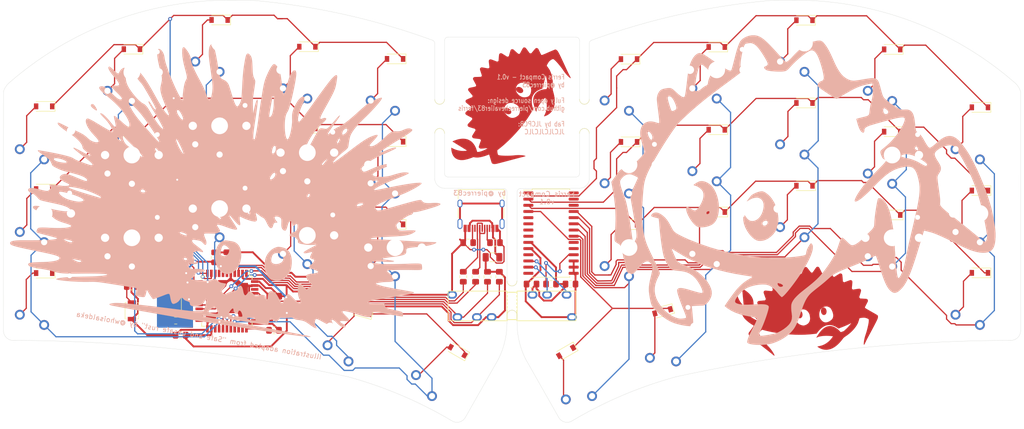
<source format=kicad_pcb>
(kicad_pcb (version 20221018) (generator pcbnew)
  (layers (0 "F.Cu" signal) (31 "B.Cu" signal) (34 "B.Paste" user) (35 "F.Paste" user) (36 "B.SilkS" user "B.Silkscreen") (37 "F.SilkS" user "F.Silkscreen") (38 "B.Mask" user) (39 "F.Mask" user) (44 "Edge.Cuts" user))
  (net 0 "")
  (net 1 "+5V")
  (net 2 "Net-(C1-Pad1)")
  (net 3 "VCC")
  (net 4 "Net-(C8-Pad1)")
  (net 5 "/col4")
  (net 6 "Net-(J1-PadA5)")
  (net 7 "Net-(J1-PadA7)")
  (net 8 "Net-(J1-PadA6)")
  (net 9 "Net-(J1-PadB5)")
  (net 10 "Net-(Jack0-PadR1)")
  (net 11 "Net-(Jack0-PadT)")
  (net 12 "Net-(Jack1-PadR1)")
  (net 13 "Net-(Jack1-PadT)")
  (net 14 "/col0")
  (net 15 "/col8")
  (net 16 "/col5")
  (net 17 "/col2")
  (net 18 "/col1")
  (net 19 "/col3")
  (net 20 "/col6")
  (net 21 "/col7")
  (net 22 "Net-(R1-Pad1)")
  (net 23 "Net-(R2-Pad2)")
  (net 24 "/col9")
  (net 25 "/row0,0")
  (net 26 "/row1,0")
  (net 27 "/row1,1")
  (net 28 "/row0,1")
  (net 29 "/row0,2")
  (net 30 "/row0,3")
  (net 31 "/row1,3")
  (net 32 "/row1,2")
  (net 33 "VDD")
  (net 34 "VSS")
  (net 35 "Net-(D0_0-Pad2)")
  (net 36 "Net-(D0_1-Pad2)")
  (net 37 "Net-(D0_2-Pad2)")
  (net 38 "Net-(D0_3-Pad2)")
  (net 39 "Net-(D0_5-Pad2)")
  (net 40 "Net-(D0_6-Pad2)")
  (net 41 "Net-(D0_7-Pad2)")
  (net 42 "Net-(D0_8-Pad2)")
  (net 43 "Net-(D0_9-Pad2)")
  (net 44 "Net-(D1_0-Pad2)")
  (net 45 "Net-(D1_1-Pad2)")
  (net 46 "Net-(D1_2-Pad2)")
  (net 47 "Net-(D1_3-Pad2)")
  (net 48 "Net-(D1_4-Pad2)")
  (net 49 "Net-(D1_5-Pad2)")
  (net 50 "Net-(D1_6-Pad2)")
  (net 51 "Net-(D1_7-Pad2)")
  (net 52 "Net-(D1_8-Pad2)")
  (net 53 "Net-(D1_9-Pad2)")
  (net 54 "Net-(D2_0-Pad2)")
  (net 55 "Net-(D2_1-Pad2)")
  (net 56 "Net-(D2_2-Pad2)")
  (net 57 "Net-(D2_3-Pad2)")
  (net 58 "Net-(D2_4-Pad2)")
  (net 59 "Net-(D2_5-Pad2)")
  (net 60 "Net-(D2_6-Pad2)")
  (net 61 "Net-(D2_7-Pad2)")
  (net 62 "Net-(D2_8-Pad2)")
  (net 63 "Net-(D2_9-Pad2)")
  (net 64 "Net-(D3_3-Pad2)")
  (net 65 "Net-(D3_4-Pad2)")
  (net 66 "Net-(D3_5-Pad2)")
  (net 67 "Net-(D3_6-Pad2)")
  (net 68 "Net-(D0_4-Pad2)")
  (net 69 "Net-(C2-Pad2)")
  (net 70 "/D-")
  (net 71 "/D+")
  (net 72 "Net-(R9-Pad1)")
  (net 73 "GND")
  (net 74 "Net-(J1-PadS1)")
  (footprint "Diode_SMD:D_SOD-123" (layer "F.Cu") (at 196 23.3 180)
    (fp_text reference "D0_8" hide)
    (fp_text value "D" hide)
  )
  (footprint "Diode_SMD:D_SOD-123" (layer "F.Cu") (at 178 17.3 180)
    (fp_text reference "D0_7" hide)
    (fp_text value "D" hide)
  )
  (footprint "Diode_SMD:D_SOD-123" (layer "F.Cu") (at 160 22.8 180)
    (fp_text reference "D0_6" hide)
    (fp_text value "D" hide)
  )
  (footprint "Diode_SMD:D_SOD-123" (layer "F.Cu") (at 214 35.2 180)
    (fp_text reference "D0_9" hide)
    (fp_text value "D" hide)
  )
  (footprint "Diode_SMD:D_SOD-123" (layer "F.Cu") (at 142 25.3 180)
    (fp_text reference "D0_5" hide)
    (fp_text value "D" hide)
  )
  (footprint "Diode_SMD:D_SOD-123" (layer "F.Cu") (at 142 42.3 180)
    (fp_text reference "D1_5" hide)
    (fp_text value "D" hide)
  )
  (footprint "Diode_SMD:D_SOD-123" (layer "F.Cu") (at 160 39.8 180)
    (fp_text reference "D1_6" hide)
    (fp_text value "D" hide)
  )
  (footprint "Diode_SMD:D_SOD-123" (layer "F.Cu") (at 178 34.3 180)
    (fp_text reference "D1_7" hide)
    (fp_text value "D" hide)
  )
  (footprint "Diode_SMD:D_SOD-123" (layer "F.Cu") (at 196 40.2 180)
    (fp_text reference "D1_8" hide)
    (fp_text value "D" hide)
  )
  (footprint "Diode_SMD:D_SOD-123" (layer "F.Cu") (at 214 52.3 180)
    (fp_text reference "D1_9" hide)
    (fp_text value "D" hide)
  )
  (footprint "Diode_SMD:D_SOD-123" (layer "F.Cu") (at 160 56.7 180)
    (fp_text reference "D2_6" hide)
    (fp_text value "D" hide)
  )
  (footprint "Diode_SMD:D_SOD-123" (layer "F.Cu") (at 214 69.2 180)
    (fp_text reference "D2_9" hide)
    (fp_text value "D" hide)
  )
  (footprint "Diode_SMD:D_SOD-123" (layer "F.Cu") (at 196 57.3 180)
    (fp_text reference "D2_8" hide)
    (fp_text value "D" hide)
  )
  (footprint "Diode_SMD:D_SOD-123" (layer "F.Cu") (at 142 59.3 180)
    (fp_text reference "D2_5" hide)
    (fp_text value "D" hide)
  )
  (footprint "Diode_SMD:D_SOD-123" (layer "F.Cu") (at 178 51.3 180)
    (fp_text reference "D2_7" hide)
    (fp_text value "D" hide)
  )
  (footprint "Diode_SMD:D_SOD-123" (layer "F.Cu") (at 129.1 85.4 -150)
    (fp_text reference "D3_5" hide)
    (fp_text value "D" hide)
  )
  (footprint "Diode_SMD:D_SOD-123" (layer "F.Cu") (at 148.9 77.1 -165)
    (fp_text reference "D3_6" hide)
    (fp_text value "D" hide)
  )
  (footprint "kbd:TRRS-PJ-320A" (layer "F.Cu") (at 119 76 90)
    (fp_text reference "Jack1" hide)
    (fp_text value "TRRS" hide)
  )
  (footprint "switches:Choc_PG1350_Choc_Spacing_with_jlcpb_safe_pad_clearance" (layer "F.Cu") (at 214 40)
    (fp_text reference "K0_9" hide)
    (fp_text value "KEYSW" hide)
  )
  (footprint "switches:Choc_PG1350_Choc_Spacing_with_jlcpb_safe_pad_clearance" (layer "F.Cu") (at 196 28)
    (fp_text reference "K0_8" hide)
    (fp_text value "KEYSW" hide)
  )
  (footprint "switches:Choc_PG1350_Choc_Spacing_with_jlcpb_safe_pad_clearance" (layer "F.Cu") (at 142 30)
    (fp_text reference "K0_5" hide)
    (fp_text value "KEYSW" hide)
  )
  (footprint "switches:Choc_PG1350_Choc_Spacing_with_jlcpb_safe_pad_clearance" (layer "F.Cu") (at 160 27.5)
    (fp_text reference "K0_6" hide)
    (fp_text value "KEYSW" hide)
  )
  (footprint "switches:Choc_PG1350_Choc_Spacing_with_jlcpb_safe_pad_clearance" (layer "F.Cu") (at 178 22)
    (fp_text reference "K0_7" hide)
    (fp_text value "KEYSW" hide)
  )
  (footprint "switches:Choc_PG1350_Choc_Spacing_with_jlcpb_safe_pad_clearance" (layer "F.Cu") (at 214 57)
    (fp_text reference "K1_9" hide)
    (fp_text value "KEYSW" hide)
  )
  (footprint "switches:Choc_PG1350_Choc_Spacing_with_jlcpb_safe_pad_clearance" (layer "F.Cu") (at 196 45)
    (fp_text reference "K1_8" hide)
    (fp_text value "KEYSW" hide)
  )
  (footprint "switches:Choc_PG1350_Choc_Spacing_with_jlcpb_safe_pad_clearance" (layer "F.Cu") (at 178 39)
    (fp_text reference "K1_7" hide)
    (fp_text value "KEYSW" hide)
  )
  (footprint "switches:Choc_PG1350_Choc_Spacing_with_jlcpb_safe_pad_clearance" (layer "F.Cu") (at 160 44.5)
    (fp_text reference "K1_6" hide)
    (fp_text value "KEYSW" hide)
  )
  (footprint "switches:Choc_PG1350_Choc_Spacing_with_jlcpb_safe_pad_clearance" (layer "F.Cu") (at 142 47)
    (fp_text reference "K1_5" hide)
    (fp_text value "KEYSW" hide)
  )
  (footprint "switches:Choc_PG1350_Choc_Spacing_with_jlcpb_safe_pad_clearance" (layer "F.Cu") (at 142 64)
    (fp_text reference "K2_5" hide)
    (fp_text value "KEYSW" hide)
  )
  (footprint "switches:Choc_PG1350_Choc_Spacing_with_jlcpb_safe_pad_clearance" (layer "F.Cu") (at 160 61.5)
    (fp_text reference "K2_6" hide)
    (fp_text value "KEYSW" hide)
  )
  (footprint "switches:Choc_PG1350_Choc_Spacing_with_jlcpb_safe_pad_clearance" (layer "F.Cu") (at 178 56)
    (fp_text reference "K2_7" hide)
    (fp_text value "KEYSW" hide)
  )
  (footprint "switches:Choc_PG1350_Choc_Spacing_with_jlcpb_safe_pad_clearance" (layer "F.Cu") (at 196 62)
    (fp_text reference "K2_8" hide)
    (fp_text value "KEYSW" hide)
  )
  (footprint "switches:Choc_PG1350_Choc_Spacing_with_jlcpb_safe_pad_clearance" (layer "F.Cu") (at 214 74)
    (fp_text reference "K2_9" hide)
    (fp_text value "KEYSW" hide)
  )
  (footprint "switches:Choc_PG1350_Choc_Spacing_with_jlcpb_safe_pad_clearance" (layer "F.Cu") (at 150.13 81.7 15)
    (fp_text reference "K3_6" hide)
    (fp_text value "KEYSW" hide)
  )
  (footprint "switches:Choc_PG1350_Choc_Spacing_with_jlcpb_safe_pad_clearance" (layer "F.Cu") (at 131.47 89.41 30)
    (fp_text reference "K3_5" hide)
    (fp_text value "KEYSW" hide)
  )
  (footprint "switches:Choc_PG1350_Choc_Spacing_with_jlcpb_safe_pad_clearance" (layer "F.Cu") (at 22 40)
    (fp_text reference "K0_0" hide)
    (fp_text value "KEYSW" hide)
  )
  (footprint "Resistor_SMD:R_0805_2012Metric_Pad1.15x1.40mm_HandSolder" (layer "F.Cu") (at 114.5 63 180)
    (fp_text reference "R5" hide)
    (fp_text value "5.1K" hide)
  )
  (footprint "Diode_SMD:D_SOD-123" (layer "F.Cu") (at 40 57.25 180)
    (fp_text reference "D2_1" hide)
    (fp_text value "D" hide)
  )
  (footprint "switches:Choc_PG1350_Choc_Spacing_with_jlcpb_safe_pad_clearance" (layer "F.Cu") (at 76 44.5)
    (fp_text reference "K1_3" hide)
    (fp_text value "KEYSW" hide)
  )
  (footprint "Diode_SMD:D_SOD-123" (layer "F.Cu") (at 22 52 180)
    (fp_text reference "D1_0" hide)
    (fp_text value "D" hide)
  )
  (footprint "Diode_SMD:D_SOD-123" (layer "F.Cu") (at 94 59.25 180)
    (fp_text reference "D2_4" hide)
    (fp_text value "D" hide)
  )
  (footprint "Diode_SMD:D_SOD-123" (layer "F.Cu") (at 22 69.25 180)
    (fp_text reference "D2_0" hide)
    (fp_text value "D" hide)
  )
  (footprint "Diode_SMD:D_SOD-123" (layer "F.Cu") (at 58 17.25 180)
    (fp_text reference "D0_2" hide)
    (fp_text value "D" hide)
  )
  (footprint "Connector_USB:USB_C_Receptacle_HRO_TYPE-C-31-M-12" (layer "F.Cu") (at 111.64 56.01 180)
    (fp_text reference "J1" hide)
    (fp_text value "USB C" hide)
  )
  (footprint "switches:Choc_PG1350_Choc_Spacing_with_jlcpb_safe_pad_clearance" (layer "F.Cu") (at 40 28)
    (fp_text reference "K0_1" hide)
    (fp_text value "KEYSW" hide)
  )
  (footprint "switches:Choc_PG1350_Choc_Spacing_with_jlcpb_safe_pad_clearance" (layer "F.Cu") (at 94 64)
    (fp_text reference "K2_4" hide)
    (fp_text value "KEYSW" hide)
  )
  (footprint "switches:Choc_PG1350_Choc_Spacing_with_jlcpb_safe_pad_clearance" (layer "F.Cu") (at 76 27.5)
    (fp_text reference "K0_3" hide)
    (fp_text value "KEYSW" hide)
  )
  (footprint "Diode_SMD:D_SOD-123" (layer "F.Cu") (at 40 40.25 180)
    (fp_text reference "D1_1" hide)
    (fp_text value "D" hide)
  )
  (footprint "Diode_SMD:D_SOD-123" (layer "F.Cu") (at 76 22.75 180)
    (fp_text reference "D0_3" hide)
    (fp_text value "D" hide)
  )
  (footprint "Diode_SMD:D_SOD-123" (layer "F.Cu") (at 106.84 85.28 150)
    (fp_text reference "D3_4" hide)
    (fp_text value "D" hide)
  )
  (footprint "switches:Choc_PG1350_Choc_Spacing_with_jlcpb_safe_pad_clearance" (layer "F.Cu") (at 22 74)
    (fp_text reference "K2_0" hide)
    (fp_text value "KEYSW" hide)
  )
  (footprint "Diode_SMD:D_SOD-123" (layer "F.Cu") (at 58 51 180)
    (fp_text reference "D2_2" hide)
    (fp_text value "D" hide)
  )
  (footprint "switches:Choc_PG1350_Choc_Spacing_with_jlcpb_safe_pad_clearance" (layer "F.Cu") (at 76 61.5)
    (fp_text reference "K2_3" hide)
    (fp_text value "KEYSW" hide)
  )
  (footprint "Diode_SMD:D_SOD-123" (layer "F.Cu") (at 87.18 77.21 165)
    (fp_text reference "D3_3" hide)
    (fp_text value "D" hide)
  )
  (footprint "Diode_SMD:D_SOD-123" (layer "F.Cu") (at 76 39.5 180)
    (fp_text reference "D1_3" hide)
    (fp_text value "D" hide)
  )
  (footprint "Diode_SMD:D_SOD-123" (layer "F.Cu") (at 58 34.25 180)
    (fp_text reference "D1_2" hide)
    (fp_text value "D" hide)
  )
  (footprint "Resistor_SMD:R_0805_2012Metric_Pad1.15x1.40mm_HandSolder" (layer "F.Cu") (at 109 63)
    (fp_text reference "R6" hide)
    (fp_text value "5.1K" hide)
  )
  (footprint "Diode_SMD:D_SOD-123" (layer "F.Cu") (at 22 35 180)
    (fp_text reference "D0_0" hide)
    (fp_text value "D" hide)
  )
  (footprint "switches:Choc_PG1350_Choc_Spacing_with_jlcpb_safe_pad_clearance" (layer "F.Cu") (at 94 30)
    (fp_text reference "K0_4" hide)
    (fp_text value "KEYSW" hide)
  )
  (footprint "switches:Choc_PG1350_Choc_Spacing_with_jlcpb_safe_pad_clearance" (layer "F.Cu") (at 22 57)
    (fp_text reference "K1_0" hide)
    (fp_text value "KEYSW" hide)
  )
  (footprint "switches:Choc_PG1350_Choc_Spacing_with_jlcpb_safe_pad_clearance" (layer "F.Cu") (at 58 22)
    (fp_text reference "K0_2" hide)
    (fp_text value "KEYSW" hide)
  )
  (footprint "Diode_SMD:D_SOD-123" (layer "F.Cu") (at 94 42.25 180)
    (fp_text reference "D1_4" hide)
    (fp_text value "D" hide)
  )
  (footprint "Diode_SMD:D_SOD-123" (layer "F.Cu") (at 94 25.25 180)
    (fp_text reference "D0_4" hide)
    (fp_text value "D" hide)
  )
  (footprint "Diode_SMD:D_SOD-123" (layer "F.Cu") (at 40 23.25 180)
    (fp_text reference "D0_1" hide)
    (fp_text value "D" hide)
  )
  (footprint "switches:Choc_PG1350_Choc_Spacing_with_jlcpb_safe_pad_clearance" (layer "F.Cu") (at 104.53 89.41 -30)
    (fp_text reference "K3_4" hide)
    (fp_text value "KEYSW" hide)
  )
  (footprint "switches:Choc_PG1350_Choc_Spacing_with_jlcpb_safe_pad_clearance" (layer "F.Cu") (at 40 45)
    (fp_text reference "K1_1" hide)
    (fp_text value "KEYSW" hide)
  )
  (footprint "Resistor_SMD:R_0805_2012Metric_Pad1.15x1.40mm_HandSolder" (layer "F.Cu") (at 112.97 70 90)
    (fp_text reference "R7" hide)
    (fp_text value "4.7k" hide)
  )
  (footprint "switches:Choc_PG1350_Choc_Spacing_with_jlcpb_safe_pad_clearance" (layer "F.Cu") (at 58 39)
    (fp_text reference "K1_2" hide)
    (fp_text value "KEYSW" hide)
  )
  (footprint "Diode_SMD:D_SOD-123" (layer "F.Cu") (at 76 56.75 180)
    (fp_text reference "D2_3" hide)
    (fp_text value "D" hide)
  )
  (footprint "switches:Choc_PG1350_Choc_Spacing_with_jlcpb_safe_pad_clearance" (layer "F.Cu") (at 40 62)
    (fp_text reference "K2_1" hide)
    (fp_text value "KEYSW" hide)
  )
  (footprint "switches:Choc_PG1350_Choc_Spacing_with_jlcpb_safe_pad_clearance" (layer "F.Cu") (at 94 47)
    (fp_text reference "K1_4" hide)
    (fp_text value "KEYSW" hide)
  )
  (footprint "kbd:TRRS-PJ-320A" (layer "F.Cu") (at 117 76 -90)
    (fp_text reference "Jack0" hide)
    (fp_text value "TRRS" hide)
  )
  (footprint "copper_pads:ferris_compact" (layer "F.Cu") (at 178 77 7)
    (fp_text reference "G***" hide)
    (fp_text value "LOGO" hide)
  )
  (footprint "Capacitor_SMD:C_0805_2012Metric_Pad1.15x1.40mm_HandSolder" (layer "F.Cu") (at 122 71.5)
    (fp_text reference "C10" hide)
    (fp_text value "0.1u" hide)
  )
  (footprint "Capacitor_SMD:C_0805_2012Metric_Pad1.15x1.40mm_HandSolder" (layer "F.Cu") (at 130 71.5 180)
    (fp_text reference "C9" hide)
    (fp_text value "0.1u" hide)
  )
  (footprint "Package_SO:SOIC-28W_7.5x17.9mm_P1.27mm" (layer "F.Cu") (at 126 61.04)
    (fp_text reference "U2" hide)
    (fp_text value "MCP23017_SO" hide)
  )
  (footprint "Resistor_SMD:R_0805_2012Metric_Pad1.15x1.40mm_HandSolder" (layer "F.Cu") (at 126 71.5)
    (fp_text reference "R9" hide)
    (fp_text value "10k" hide)
  )
  (footprint "switches:Choc_PG1350_Choc_Spacing_with_jlcpb_safe_pad_clearance" (layer "F.Cu") (at 85.97 81.7 -15)
    (fp_text reference "K3_3" hide)
    (fp_text value "KEYSW" hide)
  )
  (footprint "Capacitor_SMD:C_0805_2012Metric_Pad1.15x1.40mm_HandSolder" (layer "F.Cu") (at 49 79 180)
    (fp_text reference "C1" hide)
    (fp_text value "22p" hide)
  )
  (footprint "Capacitor_SMD:C_0805_2012Metric_Pad1.15x1.40mm_HandSolder" (layer "F.Cu") (at 57 66.025 90)
    (fp_text reference "C4" hide)
    (fp_text value "0.1u" hide)
  )
  (footprint "Capacitor_SMD:C_0805_2012Metric_Pad1.15x1.40mm_HandSolder" (layer "F.Cu") (at 50 68 180)
    (fp_text reference "C5" hide)
    (fp_text value "0.1u" hide)
  )
  (footprint "Capacitor_SMD:C_0805_2012Metric_Pad1.15x1.40mm_HandSolder" (layer "F.Cu") (at 69.18 77.5 180)
    (fp_text reference "C6" hide)
    (fp_text value "0.1u" hide)
  )
  (footprint "Capacitor_SMD:C_0805_2012Metric_Pad1.15x1.40mm_HandSolder" (layer "F.Cu") (at 69.21 74 180)
    (fp_text reference "C7" hide)
    (fp_text value "4.7u" hide)
  )
  (footprint "Capacitor_SMD:C_0805_2012Metric_Pad1.15x1.40mm_HandSolder" (layer "F.Cu") (at 59.5 66 90)
    (fp_text reference "C8" hide)
    (fp_text value "1u" hide)
  )
  (footprint "Resistor_SMD:R_0805_2012Metric_Pad1.15x1.40mm_HandSolder" (layer "F.Cu") (at 39.975 72)
    (fp_text reference "R1" hide)
    (fp_text value "10k" hide)
  )
  (footprint "switches:Choc_PG1350_Choc_Spacing_with_jlcpb_safe_pad_clearance" (layer "F.Cu") (at 58 56)
    (fp_text reference "K2_2" hide)
    (fp_text value "KEYSW" hide)
  )
  (footprint "Crystal:Crystal_SMD_3225-4Pin_3.2x2.5mm" (layer "F.Cu") (at 48.5 75 90)
    (fp_text reference "Y1" hide)
    (fp_text value "Crystal")
  )
  (footprint "Package_QFP:TQFP-44_10x10mm_P0.8mm" (layer "F.Cu") (at 59.5 75 -90)
    (fp_text reference "U1" hide)
    (fp_text value "ATmega32U4-AU" hide)
  )
  (footprint "Resistor_SMD:R_0805_2012Metric_Pad1.15x1.40mm_HandSolder" (layer "F.Cu") (at 69.16 81 180)
    (fp_text reference "R2" hide)
    (fp_text value "10k" hide)
  )
  (footprint "Capacitor_SMD:C_0805_2012Metric_Pad1.15x1.40mm_HandSolder" (layer "F.Cu") (at 49 71 180)
    (fp_text reference "C2" hide)
    (fp_text value "22p" hide)
  )
  (footprint "Fuse:Fuse_1206_3216Metric" (layer "F.Cu") (at 114 66)
    (fp_text reference "F1" hide)
    (fp_text value "500mA" hide)
  )
  (footprint "Capacitor_SMD:C_0805_2012Metric_Pad1.15x1.40mm_HandSolder" (layer "F.Cu") (at 50 82 180)
    (fp_text reference "C3" hide)
    (fp_text value "0.1u" hide)
  )
  (footprint "Resistor_SMD:R_0805_2012Metric_Pad1.15x1.40mm_HandSolder" (layer "F.Cu") (at 110.53 70 90)
    (fp_text reference "R3" hide)
    (fp_text value "22" hide)
  )
  (footprint "Resistor_SMD:R_0805_2012Metric_Pad1.15x1.40mm_HandSolder" (layer "F.Cu") (at 108 70 90)
    (fp_text reference "R4" hide)
    (fp_text value "22" hide)
  )
  (footprint "Resistor_SMD:R_0805_2012Metric_Pad1.15x1.40mm_HandSolder" (layer "F.Cu") (at 115.4 70 -90)
    (fp_text reference "R8" hide)
    (fp_text value "4.7k" hide)
  )
  (footprint "Button_Switch_SMD:SW_SPST_B3U-1000P" (layer "F.Cu") (at 40 77 90)
    (fp_text reference "SW1" hide)
    (fp_text value "SW_PUSH" hide)
  )
  (footprint "copper_pads:ferris_compact" (layer "F.Cu") (at 117.1 34.75 60)
    (fp_text reference "G***" hide)
    (fp_text value "LOGO" hide)
  )
  (footprint "panelization:mouse-bite-5mm-slot" (layer "F.Cu") (at 132.85 38.55 90)
    (fp_text reference "mouse-bite-5mm-slot" hide)
    (fp_text value "VAL**" hide)
  )
  (footprint "panelization:mouse-bite-5mm-slot" (layer "F.Cu") (at 118 75.875 90)
    (fp_text reference "mouse-bite-5mm-slot" hide)
    (fp_text value "VAL**" hide)
  )
  (footprint "panelization:mouse-bite-5mm-slot" (layer "F.Cu") (at 103.15 35.55 -90)
    (fp_text reference "mouse-bite-5mm-slot" hide)
    (fp_text value "VAL**" hide)
  )
  (footprint "silkscreens:safe_rust" (layer "B.Cu") (at 174.23 46.82 -170)
    (fp_text reference "G***" hide)
    (fp_text value "LOGO" hide)
  )
  (footprint "silkscreens:unsafe_rust" (layer "B.Cu") (at 61.9125 54.16625 170)
    (fp_text reference "G***" hide)
    (fp_text value "LOGO" hide)
  )
  (gr_arc (start 15.71 83.077536) (mid 14.281641 82.537499) (end 13.650019 81.147211) (stroke (width 0.05)) (layer "Edge.Cuts"))
  (gr_arc (start 116.965001 79.575918) (mid 116.507914 83.337265) (end 115.218305 86.900068) (stroke (width 0.05)) (layer "Edge.Cuts"))
  (gr_line (start 115.218305 86.900068) (end 108.37 98.99) (stroke (width 0.05)) (layer "Edge.Cuts"))
  (gr_arc (start 101.715245 21.428889) (mid 102.032034 21.705645) (end 102.15 22.109419) (stroke (width 0.05)) (layer "Edge.Cuts"))
  (gr_arc (start 108.37 98.99) (mid 107.128995 99.859715) (end 105.638 99.588735) (stroke (width 0.05)) (layer "Edge.Cuts"))
  (gr_arc (start 13.658055 31.948702) (mid 14.214929 30.830882) (end 15.085 29.935) (stroke (width 0.05)) (layer "Edge.Cuts"))
  (gr_line (start 104.185001 51.83) (end 116.215001 51.850918) (stroke (width 0.05)) (layer "Edge.Cuts"))
  (gr_arc (start 116.215001 51.850918) (mid 116.745331 52.070588) (end 116.965001 52.600918) (stroke (width 0.05)) (layer "Edge.Cuts"))
  (gr_arc (start 104.185001 51.83) (mid 102.772533 51.280799) (end 102.15 49.899082) (stroke (width 0.05)) (layer "Edge.Cuts"))
  (gr_line (start 102.15 49.899082) (end 102.15 40.5) (stroke (width 0.05)) (layer "Edge.Cuts"))
  (gr_line (start 64.2595 13.175995) (end 60.058389 13.178139) (stroke (width 0.05)) (layer "Edge.Cuts"))
  (gr_line (start 13.658055 31.948702) (end 13.650019 81.147211) (stroke (width 0.05)) (layer "Edge.Cuts"))
  (gr_arc (start 84.370665 90.557571) (mid 95.308068 94.357892) (end 105.638 99.588735) (stroke (width 0.05)) (layer "Edge.Cuts"))
  (gr_arc (start 15.085 29.935) (mid 36.061524 17.503455) (end 60.058389 13.178139) (stroke (width 0.05)) (layer "Edge.Cuts"))
  (gr_arc (start 15.71 83.077536) (mid 50.240258 84.982398) (end 84.370665 90.557571) (stroke (width 0.05)) (layer "Edge.Cuts"))
  (gr_arc (start 64.2595 13.175995) (mid 83.26332 16.050057) (end 101.715245 21.428889) (stroke (width 0.05)) (layer "Edge.Cuts"))
  (gr_arc (start 151.629335 90.557571) (mid 185.759742 84.982398) (end 220.29 83.077536) (stroke (width 0.05)) (layer "Edge.Cuts"))
  (gr_arc (start 120.781695 86.900068) (mid 119.492086 83.337265) (end 119.034999 79.575918) (stroke (width 0.05)) (layer "Edge.Cuts"))
  (gr_line (start 120.781695 86.900068) (end 127.63 98.99) (stroke (width 0.05)) (layer "Edge.Cuts"))
  (gr_line (start 133.85 33.6) (end 133.85 22.109419) (stroke (width 0.05)) (layer "Edge.Cuts"))
  (gr_arc (start 133.85 49.899082) (mid 133.227468 51.2808) (end 131.814999 51.83) (stroke (width 0.05)) (layer "Edge.Cuts"))
  (gr_arc (start 220.915 29.935) (mid 221.785071 30.830882) (end 222.341945 31.948702) (stroke (width 0.05)) (layer "Edge.Cuts"))
  (gr_arc (start 134.284755 21.428889) (mid 152.737442 16.055142) (end 171.741363 13.186374) (stroke (width 0.05)) (layer "Edge.Cuts"))
  (gr_arc (start 130.362 99.588735) (mid 140.691932 94.357892) (end 151.629335 90.557571) (stroke (width 0.05)) (layer "Edge.Cuts"))
  (gr_arc (start 222.349981 81.147211) (mid 221.718359 82.5375) (end 220.29 83.077536) (stroke (width 0.05)) (layer "Edge.Cuts"))
  (gr_arc (start 130.362 99.588735) (mid 128.871005 99.859715) (end 127.63 98.99) (stroke (width 0.05)) (layer "Edge.Cuts"))
  (gr_arc (start 133.85 22.109419) (mid 133.967966 21.705645) (end 134.284755 21.428889) (stroke (width 0.05)) (layer "Edge.Cuts"))
  (gr_arc (start 119.034999 52.600918) (mid 119.254669 52.070588) (end 119.784999 51.850918) (stroke (width 0.05)) (layer "Edge.Cuts"))
  (gr_line (start 131.814999 51.83) (end 119.784999 51.850918) (stroke (width 0.05)) (layer "Edge.Cuts"))
  (gr_line (start 222.341945 31.948702) (end 222.349981 81.147211) (stroke (width 0.05)) (layer "Edge.Cuts"))
  (gr_line (start 171.741363 13.186374) (end 175.941611 13.178139) (stroke (width 0.05)) (layer "Edge.Cuts"))
  (gr_arc (start 175.941611 13.178139) (mid 199.938476 17.503455) (end 220.915 29.935) (stroke (width 0.05)) (layer "Edge.Cuts"))
  (gr_line (start 116.965001 52.600918) (end 116.975 70.9) (stroke (width 0.05)) (layer "Edge.Cuts"))
  (gr_line (start 116.975 77.875) (end 116.965001 79.575918) (stroke (width 0.05)) (layer "Edge.Cuts"))
  (gr_line (start 133.85 49.899082) (end 133.85 40.51) (stroke (width 0.05)) (layer "Edge.Cuts"))
  (gr_line (start 102.15 33.6) (end 102.15 22.109419) (stroke (width 0.05)) (layer "Edge.Cuts"))
  (gr_line (start 131.85 33.6) (end 131.85 21.51) (stroke (width 0.05)) (layer "Edge.Cuts"))
  (gr_line (start 131.85 40.51) (end 131.85 48.77) (stroke (width 0.05)) (layer "Edge.Cuts"))
  (gr_line (start 104.15 40.5) (end 104.15 48.77) (stroke (width 0.05)) (layer "Edge.Cuts"))
  (gr_arc (start 131.85 48.77) (mid 131.63033 49.30033) (end 131.1 49.52) (stroke (width 0.05)) (layer "Edge.Cuts"))
  (gr_line (start 131.1 49.52) (end 104.9 49.52) (stroke (width 0.05)) (layer "Edge.Cuts"))
  (gr_arc (start 104.15 21.51) (mid 104.36967 20.97967) (end 104.9 20.76) (stroke (width 0.05)) (layer "Edge.Cuts"))
  (gr_arc (start 131.1 20.76) (mid 131.63033 20.97967) (end 131.85 21.51) (stroke (width 0.05)) (layer "Edge.Cuts"))
  (gr_line (start 104.9 20.76) (end 131.1 20.76) (stroke (width 0.05)) (layer "Edge.Cuts"))
  (gr_arc (start 133.85 33.6) (mid 132.85 34.6) (end 131.85 33.6) (stroke (width 0.05)) (layer "Edge.Cuts"))
  (gr_arc (start 131.85 40.51) (mid 132.85 39.51) (end 133.85 40.51) (stroke (width 0.05)) (layer "Edge.Cuts"))
  (gr_arc (start 102.15 40.5) (mid 103.15 39.50995) (end 104.15 40.5) (stroke (width 0.05)) (layer "Edge.Cuts"))
  (gr_arc (start 104.15 33.6) (mid 103.15 34.6) (end 102.15 33.6) (stroke (width 0.05)) (layer "Edge.Cuts"))
  (gr_arc (start 116.975 77.875) (mid 118 76.85) (end 119.025 77.875) (stroke (width 0.05)) (layer "Edge.Cuts"))
  (gr_arc (start 119.025 70.9) (mid 118 71.925) (end 116.975 70.9) (stroke (width 0.05)) (layer "Edge.Cuts"))
  (gr_line (start 104.15 33.6) (end 104.15 21.51) (stroke (width 0.05)) (layer "Edge.Cuts"))
  (gr_line (start 119.034999 79.575918) (end 119.025 77.875) (stroke (width 0.05)) (layer "Edge.Cuts"))
  (gr_arc (start 104.9 49.52) (mid 104.36967 49.30033) (end 104.15 48.77) (stroke (width 0.05)) (layer "Edge.Cuts"))
  (gr_line (start 119.034999 52.600918) (end 119.025 70.9) (stroke (width 0.05)) (layer "Edge.Cuts"))
  (gr_text "by @pierrec83" (at 111.36 52.8) (layer "B.SilkS") (effects (font (size 1 1)) (justify mirror)))
  (gr_text "Illustration adapted from \"Safe and unsafe rust\" by @whoisaldeka" (at 53.75 82.09 -10) (layer "B.SilkS") (effects (font (size 1 1)) (justify mirror)))
  (gr_text "Ferris Compact - v0.1\nby @pierrec83\n\nFully open source design:\ngithub.com/pierrechevalier83/ferris\n\nFab by JLCPCB:\nJLCJLCJLCJLC" (at 128.885714 34.6) (layer "B.SilkS") (effects (font (size 1 0.8)) (justify left mirror)))
  (gr_text "Ferris Compact\nv0.1" (at 125.15 53.8) (layer "B.SilkS") (effects (font (size 1 1)) (justify mirror)))
  (segment (start 112.683635 78.3) (end 113.8 78.3) (width 0.381) (layer "F.Cu") (net 1))
  (segment (start 57.47 67.05) (end 58.25 67.83) (width 0.381) (layer "F.Cu") (net 1))
  (segment (start 71.749464 71.719464) (end 71.749464 74.149781) (width 0.381) (layer "F.Cu") (net 1))
  (segment (start 111.039115 79.94452) (end 112.683635 78.3) (width 0.381) (layer "F.Cu") (net 1))
  (segment (start 43.155 69.845) (end 41 72) (width 0.381) (layer "F.Cu") (net 1))
  (segment (start 104.95548 78.981181) (end 105.918819 79.94452) (width 0.381) (layer "F.Cu") (net 1))
  (segment (start 53.8 72.6) (end 52.872098 72.6) (width 0.381) (layer "F.Cu") (net 1))
  (segment (start 52.91 66.91) (end 56.86 66.91) (width 0.381) (layer "F.Cu") (net 1))
  (segment (start 57 67.05) (end 57.47 67.05) (width 0.381) (layer "F.Cu") (net 1))
  (segment (start 71.79 81.07582) (end 71.79 77.44) (width 0.381) (layer "F.Cu") (net 1))
  (segment (start 71.73 77.5) (end 71.79 77.44) (width 0.381) (layer "F.Cu") (net 1))
  (segment (start 84.92 73.03) (end 87.2 75.31) (width 0.381) (layer "F.Cu") (net 1))
  (segment (start 66.880032 70.439968) (end 64.087934 70.439968) (width 0.381) (layer "F.Cu") (net 1))
  (segment (start 68.565 72.33) (end 70.235 74) (width 0.381) (layer "F.Cu") (net 1))
  (segment (start 66.127902 71) (end 67.457902 72.33) (width 0.381) (layer "F.Cu") (net 1))
  (segment (start 87.2 75.31) (end 87.290063 75.31) (width 0.381) (layer "F.Cu") (net 1))
  (segment (start 104.95548 77.481056) (end 104.95548 78.981181) (width 0.381) (layer "F.Cu") (net 1))
  (segment (start 51.025 82) (end 51.025 82.695) (width 0.381) (layer "F.Cu") (net 1))
  (segment (start 116.549491 70.124491) (end 116.549491 76.931509) (width 0.381) (layer "F.Cu") (net 1))
  (segment (start 70.205 77.5) (end 71.73 77.5) (width 0.381) (layer "F.Cu") (net 1))
  (segment (start 112.6 68.605) (end 112.97 68.975) (width 0.381) (layer "F.Cu") (net 1))
  (segment (start 58.7 69.3) (end 58.7 68.28) (width 0.381) (layer "F.Cu") (net 1))
  (segment (start 56.86 66.91) (end 57 67.05) (width 0.381) (layer "F.Cu") (net 1))
  (segment (start 88.077113 76.09705) (end 103.571474 76.09705) (width 0.381) (layer "F.Cu") (net 1))
  (segment (start 62.7 69.3) (end 62.7 70.227902) (width 0.381) (layer "F.Cu") (net 1))
  (segment (start 68.159528 71.719464) (end 71.749464 71.719464) (width 0.381) (layer "F.Cu") (net 1))
  (segment (start 116.549491 76.931509) (end 115.181 78.3) (width 0.381) (layer "F.Cu") (net 1))
  (segment (start 73.06 73.03) (end 84.92 73.03) (width 0.381) (layer "F.Cu") (net 1))
  (segment (start 51.025 82.695) (end 52.65 84.32) (width 0.381) (layer "F.Cu") (net 1))
  (segment (start 112.97 68.975) (end 115.4 68.975) (width 0.381) (layer "F.Cu") (net 1))
  (segment (start 67.457902 72.33) (end 68.565 72.33) (width 0.381) (layer "F.Cu") (net 1))
  (segment (start 52.872098 72.6) (end 52.205489 71.933391) (width 0.381) (layer "F.Cu") (net 1))
  (segment (start 50.39652 69.32848) (end 43.67152 69.32848) (width 0.381) (layer "F.Cu") (net 1))
  (segment (start 52.205489 71.933391) (end 52.205489 69.180489) (width 0.381) (layer "F.Cu") (net 1))
  (segment (start 52.65 84.32) (end 68.54582 84.32) (width 0.381) (layer "F.Cu") (net 1))
  (segment (start 62.7 70.227902) (end 62.912599 70.440501) (width 0.381) (layer "F.Cu") (net 1))
  (segment (start 105.918819 79.94452) (end 111.039115 79.94452) (width 0.381) (layer "F.Cu") (net 1))
  (segment (start 51.025 68) (end 51.025 68.7) (width 0.381) (layer "F.Cu") (net 1))
  (segment (start 43.66 69.34) (end 43.155 69.845) (width 0.381) (layer "F.Cu") (net 1))
  (segment (start 71.749464 74.149781) (end 71.68644 74.212805) (width 0.381) (layer "F.Cu") (net 1))
  (segment (start 65.2 79) (end 68.705 79) (width 0.381) (layer "F.Cu") (net 1))
  (segment (start 87.290063 75.31) (end 88.077113 76.09705) (width 0.381) (layer "F.Cu") (net 1))
  (segment (start 66.880032 70.439968) (end 68.159528 71.719464) (width 0.381) (layer "F.Cu") (net 1))
  (segment (start 43.67152 69.32848) (end 43.155 69.845) (width 0.381) (layer "F.Cu") (net 1))
  (segment (start 71.473635 74) (end 71.68644 74.212805) (width 0.381) (layer "F.Cu") (net 1))
  (segment (start 51.025 68.7) (end 50.39652 69.32848) (width 0.381) (layer "F.Cu") (net 1))
  (segment (start 68.54582 84.32) (end 71.79 81.07582) (width 0.381) (layer "F.Cu") (net 1))
  (segment (start 58.7 68.28) (end 58.25 67.83) (width 0.381) (layer "F.Cu") (net 1))
  (segment (start 56.3 81.831) (end 56.131 82) (width 0.381) (layer "F.Cu") (net 1))
  (segment (start 50.39652 69.32848) (end 51.07152 69.32848) (width 0.381) (layer "F.Cu") (net 1))
  (segment (start 68.705 79) (end 70.205 77.5) (width 0.381) (layer "F.Cu") (net 1))
  (segment (start 103.571474 76.09705) (end 104.95548 77.481056) (width 0.381) (layer "F.Cu") (net 1))
  (segment (start 51.08 68.055) (end 51.025 68) (width 0.381) (layer "F.Cu") (net 1))
  (segment (start 62.912599 70.440501) (end 64.087401 70.440501) (width 0.381) (layer "F.Cu") (net 1))
  (segment (start 65.2 71) (end 66.127902 71) (width 0.381) (layer "F.Cu") (net 1))
  (segment (start 112.6 66) (end 112.6 68.605) (width 0.381) (layer "F.Cu") (net 1))
  (segment (start 51.07152 69.32848) (end 51.14 69.26) (width 0.381) (layer "F.Cu") (net 1))
  (segment (start 70.235 74) (end 71.473635 74) (width 0.381) (layer "F.Cu") (net 1))
  (segment (start 56.131 82) (end 51.025 82) (width 0.381) (layer "F.Cu") (net 1))
  (segment (start 115.181 78.3) (end 113.8 78.3) (width 0.381) (layer "F.Cu") (net 1))
  (segment (start 115.4 68.975) (end 116.549491 70.124491) (width 0.381) (layer "F.Cu") (net 1))
  (segment (start 56.3 80.7) (end 56.3 81.831) (width 0.381) (layer "F.Cu") (net 1))
  (segment (start 57 67.05) (end 56.39 67.05) (width 0.381) (layer "F.Cu") (net 1))
  (segment (start 71.749464 71.719464) (end 73.06 73.03) (width 0.381) (layer "F.Cu") (net 1))
  (segment (start 52.205489 69.180489) (end 51.025 68) (width 0.381) (layer "F.Cu") (net 1))
  (segment (start 64.087934 70.439968) (end 64.087401 70.440501) (width 0.381) (layer "F.Cu") (net 1))
  (via (at 52.91 66.91) (size 0.8) (drill 0.4) (layers "F.Cu" "B.Cu") (net 1))
  (via (at 71.68644 74.212805) (size 0.8) (drill 0.4) (layers "F.Cu" "B.Cu") (net 1))
  (via (at 51.14 69.26) (size 0.8) (drill 0.4) (layers "F.Cu" "B.Cu") (net 1))
  (via (at 71.79 77.44) (size 0.8) (drill 0.4) (layers "F.Cu" "B.Cu") (net 1))
  (via (at 58.25 67.83) (size 0.8) (drill 0.4) (layers "F.Cu" "B.Cu") (net 1))
  (segment (start 71.79 74.316365) (end 71.68644 74.212805) (width 0.381) (layer "B.Cu") (net 1))
  (segment (start 71.8 74.326365) (end 71.68644 74.212805) (width 0.381) (layer "B.Cu") (net 1))
  (segment (start 71.79 77.44) (end 71.79 76.73) (width 0.381) (layer "B.Cu") (net 1))
  (segment (start 65.303635 67.83) (end 71.68644 74.212805) (width 0.381) (layer "B.Cu") (net 1))
  (segment (start 71.8 76.72) (end 71.8 74.326365) (width 0.381) (layer "B.Cu") (net 1))
  (segment (start 51.14 69.26) (end 51.14 68.68) (width 0.381) (layer "B.Cu") (net 1))
  (segment (start 71.79 77.44) (end 71.79 74.316365) (width 0.381) (layer "B.Cu") (net 1))
  (segment (start 58.25 67.83) (end 65.303635 67.83) (width 0.381) (layer "B.Cu") (net 1))
  (segment (start 71.8 76.92) (end 71.8 76.72) (width 0.381) (layer "B.Cu") (net 1))
  (segment (start 71.79 76.73) (end 71.8 76.72) (width 0.381) (layer "B.Cu") (net 1))
  (segment (start 51.14 68.68) (end 52.91 66.91) (width 0.381) (layer "B.Cu") (net 1))
  (segment (start 52.986398 75) (end 52.22 75.766398) (width 0.254) (layer "F.Cu") (net 2))
  (segment (start 52.22 78.23) (end 51.45 79) (width 0.254) (layer "F.Cu") (net 2))
  (segment (start 49.65 78.625) (end 50.025 79) (width 0.254) (layer "F.Cu") (net 2))
  (segment (start 52.22 75.766398) (end 52.22 78.23) (width 0.254) (layer "F.Cu") (net 2))
  (segment (start 49.65 76.45) (end 49.65 78.625) (width 0.254) (layer "F.Cu") (net 2))
  (segment (start 51.45 79) (end 50.025 79) (width 0.254) (layer "F.Cu") (net 2))
  (segment (start 53.8 75) (end 52.986398 75) (width 0.254) (layer "F.Cu") (net 2))
  (segment (start 109.349499 59.350501) (end 109.349499 59.017599) (width 0.381) (layer "F.Cu") (net 3))
  (segment (start 114.09 61.93418) (end 114.55949 62.40367) (width 0.381) (layer "F.Cu") (net 3))
  (segment (start 114.09 60.055) (end 114.09 61.93418) (width 0.381) (layer "F.Cu") (net 3))
  (segment (start 109.349499 59.017599) (end 109.427599 58.939499) (width 0.381) (layer "F.Cu") (net 3))
  (segment (start 113.930501 59.895501) (end 114.09 60.055) (width 0.381) (layer "F.Cu") (net 3))
  (segment (start 113.398391 58.485489) (end 113.930501 59.017599) (width 0.381) (layer "F.Cu") (net 3))
  (segment (start 109.19 60.055) (end 109.19 59.51) (width 0.381) (layer "F.Cu") (net 3))
  (segment (start 109.881609 58.485489) (end 113.398391 58.485489) (width 0.381) (layer "F.Cu") (net 3))
  (segment (start 113.930501 59.017599) (end 113.930501 59.895501) (width 0.381) (layer "F.Cu") (net 3))
  (segment (start 113.852401 58.939499) (end 113.930501 59.017599) (width 0.381) (layer "F.Cu") (net 3))
  (segment (start 109.349499 59.017599) (end 109.881609 58.485489) (width 0.381) (layer "F.Cu") (net 3))
  (segment (start 109.19 59.51) (end 109.349499 59.350501) (width 0.381) (layer "F.Cu") (net 3))
  (segment (start 114.55949 65.15949) (end 115.4 66) (width 0.381) (layer "F.Cu") (net 3))
  (segment (start 114.55949 62.40367) (end 114.55949 65.15949) (width 0.381) (layer "F.Cu") (net 3))
  (segment (start 59.5 69.3) (end 59.5 67.025) (width 0.254) (layer "F.Cu") (net 4))
  (segment (start 61.1 80.7) (end 61.1 79.24) (width 0.254) (layer "F.Cu") (net 5))
  (via (at 61.1 79.24) (size 0.8) (drill 0.4) (layers "F.Cu" "B.Cu") (net 5))
  (segment (start 94 69.9) (end 94 83.28) (width 0.254) (layer "B.Cu") (net 5))
  (segment (start 97.415232 92.043898) (end 98.155232 92.043898) (width 0.254) (layer "B.Cu") (net 5))
  (segment (start 96.456872 91.085538) (end 97.415232 92.043898) (width 0.254) (layer "B.Cu") (net 5))
  (segment (start 80.426364 86.11) (end 83.558327 89.241963) (width 0.254) (layer "B.Cu") (net 5))
  (segment (start 94 52.9) (end 91.33 55.57) (width 0.254) (layer "B.Cu") (net 5))
  (segment (start 85.827609 88.741963) (end 94.853297 88.741963) (width 0.254) (layer "B.Cu") (net 5))
  (segment (start 91.41 50.31) (end 94 52.9) (width 0.254) (layer "B.Cu") (net 5))
  (segment (start 91.41 38.49) (end 91.41 50.31) (width 0.254) (layer "B.Cu") (net 5))
  (segment (start 100.630884 94.51955) (end 101.58 94.51955) (width 0.254) (layer "B.Cu") (net 5))
  (segment (start 72.45 79.24) (end 79.32 86.11) (width 0.254) (layer "B.Cu") (net 5))
  (segment (start 101.58 90.86) (end 101.58 94.51955) (width 0.254) (layer "B.Cu") (net 5))
  (segment (start 85.327609 89.241963) (end 85.827609 88.741963) (width 0.254) (layer "B.Cu") (net 5))
  (segment (start 96.456872 90.345538) (end 96.456872 91.085538) (width 0.254) (layer "B.Cu") (net 5))
  (segment (start 83.558327 89.241963) (end 85.327609 89.241963) (width 0.254) (layer "B.Cu") (net 5))
  (segment (start 94.853297 88.741963) (end 96.456872 90.345538) (width 0.254) (layer "B.Cu") (net 5))
  (segment (start 79.32 86.11) (end 80.426364 86.11) (width 0.254) (layer "B.Cu") (net 5))
  (segment (start 94 83.28) (end 101.58 90.86) (width 0.254) (layer "B.Cu") (net 5))
  (segment (start 91.33 55.57) (end 91.33 67.23) (width 0.254) (layer "B.Cu") (net 5))
  (segment (start 61.1 79.24) (end 72.45 79.24) (width 0.254) (layer "B.Cu") (net 5))
  (segment (start 91.33 67.23) (end 94 69.9) (width 0.254) (layer "B.Cu") (net 5))
  (segment (start 94 35.9) (end 91.41 38.49) (width 0.254) (layer "B.Cu") (net 5))
  (segment (start 98.155232 92.043898) (end 100.630884 94.51955) (width 0.254) (layer "B.Cu") (net 5))
  (segment (start 112.912999 60.242999) (end 112.89 60.22) (width 0.254) (layer "F.Cu") (net 6))
  (segment (start 113.475 63) (end 112.912999 62.437999) (width 0.254) (layer "F.Cu") (net 6))
  (segment (start 112.912999 62.437999) (end 112.912999 60.242999) (width 0.254) (layer "F.Cu") (net 6))
  (segment (start 112.89 60.22) (end 112.89 60.055) (width 0.254) (layer "F.Cu") (net 6))
  (segment (start 111.39 68.115) (end 110.53 68.975) (width 0.254) (layer "F.Cu") (net 7))
  (segment (start 112.39 61.018602) (end 112.39 60.055) (width 0.254) (layer "F.Cu") (net 7))
  (segment (start 111.463001 61.107001) (end 112.301601 61.107001) (width 0.254) (layer "F.Cu") (net 7))
  (segment (start 112.301601 61.107001) (end 112.39 61.018602) (width 0.254) (layer "F.Cu") (net 7))
  (segment (start 111.39 60.055) (end 111.39 61.034) (width 0.254) (layer "F.Cu") (net 7))
  (segment (start 111.39 61.034) (end 111.463001 61.107001) (width 0.254) (layer "F.Cu") (net 7))
  (segment (start 111.39 60.055) (end 111.39 68.115) (width 0.254) (layer "F.Cu") (net 7))
  (segment (start 111.89 59.091398) (end 111.89 60.055) (width 0.254) (layer "F.Cu") (net 8))
  (segment (start 110.92701 66.04799) (end 108 68.975) (width 0.254) (layer "F.Cu") (net 8))
  (segment (start 111.801601 59.002999) (end 111.89 59.091398) (width 0.254) (layer "F.Cu") (net 8))
  (segment (start 110.89 60.055) (end 110.89 59.076) (width 0.254) (layer "F.Cu") (net 8))
  (segment (start 110.963001 59.002999) (end 111.801601 59.002999) (width 0.254) (layer "F.Cu") (net 8))
  (segment (start 110.92701 62.310992) (end 110.92701 66.04799) (width 0.254) (layer "F.Cu") (net 8))
  (segment (start 110.89 59.076) (end 110.963001 59.002999) (width 0.254) (layer "F.Cu") (net 8))
  (segment (start 110.89 62.273982) (end 110.92701 62.310992) (width 0.254) (layer "F.Cu") (net 8))
  (segment (start 110.89 60.055) (end 110.89 62.273982) (width 0.254) (layer "F.Cu") (net 8))
  (segment (start 110.025 63) (end 109.89 62.865) (width 0.254) (layer "F.Cu") (net 9))
  (segment (start 109.89 62.865) (end 109.89 60.055) (width 0.254) (layer "F.Cu") (net 9))
  (segment (start 68.373886 71.201954) (end 71.963823 71.201954) (width 0.254) (layer "F.Cu") (net 10))
  (segment (start 103.785831 75.579541) (end 105.47299 77.2667) (width 0.254) (layer "F.Cu") (net 10))
  (segment (start 88.291472 75.579541) (end 103.785831 75.579541) (width 0.254) (layer "F.Cu") (net 10))
  (segment (start 115.4 71.025) (end 115.4 73.7) (width 0.254) (layer "F.Cu") (net 10))
  (segment (start 109.67299 79.42701) (end 110.8 78.3) (width 0.254) (layer "F.Cu") (net 10))
  (segment (start 106.133178 79.42701) (end 109.67299 79.42701) (width 0.254) (layer "F.Cu") (net 10))
  (segment (start 73.205879 72.444011) (end 85.155942 72.444011) (width 0.254) (layer "F.Cu") (net 10))
  (segment (start 105.47299 78.766822) (end 106.133178 79.42701) (width 0.254) (layer "F.Cu") (net 10))
  (segment (start 57.103462 76.6) (end 61.28176 72.421702) (width 0.254) (layer "F.Cu") (net 10))
  (segment (start 105.47299 77.2667) (end 105.47299 78.766822) (width 0.254) (layer "F.Cu") (net 10))
  (segment (start 65.2 69.649468) (end 66.8214 69.649468) (width 0.254) (layer "F.Cu") (net 10))
  (segment (start 53.8 76.6) (end 57.103462 76.6) (width 0.254) (layer "F.Cu") (net 10))
  (segment (start 85.155942 72.444011) (end 88.291472 75.579541) (width 0.254) (layer "F.Cu") (net 10))
  (segment (start 66.8214 69.649468) (end 68.373886 71.201954) (width 0.254) (layer "F.Cu") (net 10))
  (segment (start 115.4 73.7) (end 110.8 78.3) (width 0.254) (layer "F.Cu") (net 10))
  (segment (start 71.963823 71.201954) (end 73.205879 72.444011) (width 0.254) (layer "F.Cu") (net 10))
  (via (at 61.28176 72.421702) (size 0.8) (drill 0.4) (layers "F.Cu" "B.Cu") (net 10))
  (via (at 65.2 69.649468) (size 0.8) (drill 0.4) (layers "F.Cu" "B.Cu") (net 10))
  (segment (start 61.28176 72.421702) (end 64.053994 69.649468) (width 0.254) (layer "B.Cu") (net 10))
  (segment (start 64.053994 69.649468) (end 65.2 69.649468) (width 0.254) (layer "B.Cu") (net 10))
  (segment (start 108.054 78.3) (end 112.97 73.384) (width 0.254) (layer "F.Cu") (net 11))
  (segment (start 106.8 78.3) (end 108.054 78.3) (width 0.254) (layer "F.Cu") (net 11))
  (segment (start 53.8 75.8) (end 56.55 75.8) (width 0.254) (layer "F.Cu") (net 11))
  (segment (start 72.15188 70.747944) (end 73.393935 71.990001) (width 0.254) (layer "F.Cu") (net 11))
  (segment (start 112.97 73.384) (end 112.97 71.025) (width 0.254) (layer "F.Cu") (net 11))
  (segment (start 64.580456 68.78) (end 64.516489 68.843967) (width 0.254) (layer "F.Cu") (net 11))
  (segment (start 68.561943 70.747944) (end 72.15188 70.747944) (width 0.254) (layer "F.Cu") (net 11))
  (segment (start 56.55 75.8) (end 60.4 71.95) (width 0.254) (layer "F.Cu") (net 11))
  (segment (start 73.393935 71.990001) (end 85.343999 71.990001) (width 0.254) (layer "F.Cu") (net 11))
  (segment (start 85.343999 71.990001) (end 88.479528 75.125531) (width 0.254) (layer "F.Cu") (net 11))
  (segment (start 66.594 68.78) (end 64.580456 68.78) (width 0.254) (layer "F.Cu") (net 11))
  (segment (start 103.973887 75.125531) (end 106.8 77.951644) (width 0.254) (layer "F.Cu") (net 11))
  (segment (start 66.594 68.78) (end 64.63 68.78) (width 0.254) (layer "F.Cu") (net 11))
  (segment (start 88.479528 75.125531) (end 103.973887 75.125531) (width 0.254) (layer "F.Cu") (net 11))
  (segment (start 106.8 77.951644) (end 106.8 78.3) (width 0.254) (layer "F.Cu") (net 11))
  (segment (start 66.594 68.78) (end 68.561943 70.747944) (width 0.254) (layer "F.Cu") (net 11))
  (via (at 60.4 71.95) (size 0.8) (drill 0.4) (layers "F.Cu" "B.Cu") (net 11))
  (via (at 64.516489 68.843967) (size 0.8) (drill 0.4) (layers "F.Cu" "B.Cu") (net 11))
  (segment (start 63.506033 68.843967) (end 64.516489 68.843967) (width 0.254) (layer "B.Cu") (net 11))
  (segment (start 60.4 71.95) (end 63.506033 68.843967) (width 0.254) (layer "B.Cu") (net 11))
  (segment (start 121.395 68.07) (end 121.35 68.025) (width 0.254) (layer "F.Cu") (net 12))
  (segment (start 122.88 68.07) (end 121.395 68.07) (width 0.254) (layer "F.Cu") (net 12))
  (via (at 122.88 68.07) (size 0.8) (drill 0.4) (layers "F.Cu" "B.Cu") (net 12))
  (segment (start 125.2 70.39) (end 122.88 68.07) (width 0.254) (layer "B.Cu") (net 12))
  (segment (start 125.2 73.7) (end 125.2 70.39) (width 0.254) (layer "B.Cu") (net 12))
  (segment (start 123.04 66.84) (end 121.435 66.84) (width 0.254) (layer "F.Cu") (net 13))
  (segment (start 121.435 66.84) (end 121.35 66.755) (width 0.254) (layer "F.Cu") (net 13))
  (via (at 123.04 66.84) (size 0.8) (drill 0.4) (layers "F.Cu" "B.Cu") (net 13))
  (segment (start 129.2 73) (end 123.04 66.84) (width 0.254) (layer "B.Cu") (net 13))
  (segment (start 129.2 73.7) (end 129.2 73) (width 0.254) (layer "B.Cu") (net 13))
  (segment (start 57.9 80.7) (end 57.9 79.319313) (width 0.254) (layer "F.Cu") (net 14))
  (segment (start 57.9 79.319313) (end 57.95584 79.263473) (width 0.254) (layer "F.Cu") (net 14))
  (via (at 57.95584 79.263473) (size 0.8) (drill 0.4) (layers "F.Cu" "B.Cu") (net 14))
  (segment (start 19.31 65.59) (end 19.31 77.21) (width 0.254) (layer "B.Cu") (net 14))
  (segment (start 22 62.9) (end 19.31 65.59) (width 0.254) (layer "B.Cu") (net 14))
  (segment (start 24.43 82.33) (end 22 79.9) (width 0.254) (layer "B.Cu") (net 14))
  (segment (start 54.889313 82.33) (end 24.43 82.33) (width 0.254) (layer "B.Cu") (net 14))
  (segment (start 19.24 48.66) (end 19.24 60.14) (width 0.254) (layer "B.Cu") (net 14))
  (segment (start 57.95584 79.263473) (end 54.889313 82.33) (width 0.254) (layer "B.Cu") (net 14))
  (segment (start 22 45.9) (end 19.24 48.66) (width 0.254) (layer "B.Cu") (net 14))
  (segment (start 19.31 77.21) (end 22 79.9) (width 0.254) (layer "B.Cu") (net 14))
  (segment (start 19.24 60.14) (end 22 62.9) (width 0.254) (layer "B.Cu") (net 14))
  (segment (start 178.884641 60.056999) (end 187.743641 68.915999) (width 0.254) (layer "F.Cu") (net 15))
  (segment (start 138.410001 70.819999) (end 138.471117 70.758883) (width 0.254) (layer "F.Cu") (net 15))
  (segment (start 138.471117 70.758883) (end 139.88 67.787223) (width 0.254) (layer "F.Cu") (net 15))
  (segment (start 140.815854 67.08) (end 143.75 67.08) (width 0.254) (layer "F.Cu") (net 15))
  (segment (start 139.88 67.08) (end 140.793229 67.08) (width 0.254) (layer "F.Cu") (net 15))
  (segment (start 172.43637 65.47599) (end 176.156999 61.75536) (width 0.254) (layer "F.Cu") (net 15))
  (segment (start 139.88 67.787223) (end 139.88 67.08) (width 0.254) (layer "F.Cu") (net 15))
  (segment (start 138.22644 70.819999) (end 138.410001 70.819999) (width 0.254) (layer "F.Cu") (net 15))
  (segment (start 133.905989 60.095989) (end 133.905989 69.225989) (width 0.254) (layer "F.Cu") (net 15))
  (segment (start 161.445699 65.475989) (end 162.59401 65.47599) (width 0.254) (layer "F.Cu") (net 15))
  (segment (start 162.59401 65.47599) (end 172.43637 65.47599) (width 0.254) (layer "F.Cu") (net 15))
  (segment (start 161.072699 65.102989) (end 161.445699 65.475989) (width 0.254) (layer "F.Cu") (net 15))
  (segment (start 140.793229 67.08) (end 140.806137 67.075395) (width 0.254) (layer "F.Cu") (net 15))
  (segment (start 133.905989 69.225989) (end 135.55599 70.875989) (width 0.254) (layer "F.Cu") (net 15))
  (segment (start 176.156999 61.015359) (end 177.115359 60.056999) (width 0.254) (layer "F.Cu") (net 15))
  (segment (start 177.115359 60.056999) (end 178.884641 60.056999) (width 0.254) (layer "F.Cu") (net 15))
  (segment (start 140.806137 67.075395) (end 140.806139 67.075397) (width 0.254) (layer "F.Cu") (net 15))
  (segment (start 194.984001 68.915999) (end 196 67.9) (width 0.254) (layer "F.Cu") (net 15))
  (segment (start 187.743641 68.915999) (end 194.984001 68.915999) (width 0.254) (layer "F.Cu") (net 15))
  (segment (start 176.156999 61.75536) (end 176.156999 61.015359) (width 0.254) (layer "F.Cu") (net 15))
  (segment (start 140.806139 67.075397) (end 140.806142 67.075395) (width 0.254) (layer "F.Cu") (net 15))
  (segment (start 162.22599 65.47599) (end 162.59401 65.47599) (width 0.254) (layer "F.Cu") (net 15))
  (segment (start 140.806142 67.075395) (end 140.815854 67.08) (width 0.254) (layer "F.Cu") (net 15))
  (segment (start 130.65 57.865) (end 131.675 57.865) (width 0.254) (layer "F.Cu") (net 15))
  (segment (start 158.927302 65.102988) (end 161.072699 65.102989) (width 0.254) (layer "F.Cu") (net 15))
  (segment (start 131.675 57.865) (end 133.905989 60.095989) (width 0.254) (layer "F.Cu") (net 15))
  (segment (start 156.43328 67.59701) (end 158.927302 65.102988) (width 0.254) (layer "F.Cu") (net 15))
  (segment (start 143.75 67.08) (end 144.26701 67.59701) (width 0.254) (layer "F.Cu") (net 15))
  (segment (start 135.55599 70.875989) (end 135.802587 70.871152) (width 0.254) (layer "F.Cu") (net 15))
  (segment (start 138.222765 70.823674) (end 138.22644 70.819999) (width 0.254) (layer "F.Cu") (net 15))
  (segment (start 135.802587 70.871152) (end 138.222765 70.823674) (width 0.254) (layer "F.Cu") (net 15))
  (segment (start 144.26701 67.59701) (end 156.43328 67.59701) (width 0.254) (layer "F.Cu") (net 15))
  (segment (start 196 67.9) (end 198.73 65.17) (width 0.254) (layer "B.Cu") (net 15))
  (segment (start 198.73 53.63) (end 196 50.9) (width 0.254) (layer "B.Cu") (net 15))
  (segment (start 198.9 36.8) (end 196 33.9) (width 0.254) (layer "B.Cu") (net 15))
  (segment (start 198.73 65.17) (end 198.73 53.63) (width 0.254) (layer "B.Cu") (net 15))
  (segment (start 198.9 48) (end 198.9 36.8) (width 0.254) (layer "B.Cu") (net 15))
  (segment (start 196 50.9) (end 198.9 48) (width 0.254) (layer "B.Cu") (net 15))
  (segment (start 130.65 61.675) (end 131.891059 61.675) (width 0.254) (layer "F.Cu") (net 16))
  (segment (start 134.933886 72.238022) (end 141.098818 72.238022) (width 0.254) (layer "F.Cu") (net 16))
  (segment (start 142 71.33684) (end 142 69.9) (width 0.254) (layer "F.Cu") (net 16))
  (segment (start 141.098818 72.238022) (end 142 71.33684) (width 0.254) (layer "F.Cu") (net 16))
  (segment (start 132.54396 62.327901) (end 132.54396 69.848096) (width 0.254) (layer "F.Cu") (net 16))
  (segment (start 131.891059 61.675) (end 132.54396 62.327901) (width 0.254) (layer "F.Cu") (net 16))
  (segment (start 132.54396 69.848096) (end 134.933886 72.238022) (width 0.254) (layer "F.Cu") (net 16))
  (segment (start 134.42 94.51955) (end 142 86.93955) (width 0.254) (layer "B.Cu") (net 16))
  (segment (start 144.88 50.02) (end 144.88 38.78) (width 0.254) (layer "B.Cu") (net 16))
  (segment (start 142 69.9) (end 144.98 66.92) (width 0.254) (layer "B.Cu") (net 16))
  (segment (start 144.98 55.88) (end 142 52.9) (width 0.254) (layer "B.Cu") (net 16))
  (segment (start 142 86.93955) (end 142 69.9) (width 0.254) (layer "B.Cu") (net 16))
  (segment (start 144.98 66.92) (end 144.98 55.88) (width 0.254) (layer "B.Cu") (net 16))
  (segment (start 142 52.9) (end 144.88 50.02) (width 0.254) (layer "B.Cu") (net 16))
  (segment (start 144.88 38.78) (end 142 35.9) (width 0.254) (layer "B.Cu") (net 16))
  (segment (start 59.55 80.65) (end 59.5 80.7) (width 0.254) (layer "F.Cu") (net 17))
  (segment (start 59.55 78.44) (end 59.55 80.65) (width 0.254) (layer "F.Cu") (net 17))
  (via (at 59.55 78.44) (size 0.8) (drill 0.4) (layers "F.Cu" "B.Cu") (net 17))
  (segment (start 58 61.9) (end 56.984001 62.915999) (width 0.254) (layer "B.Cu") (net 17))
  (segment (start 58 44.9) (end 55.2 47.7) (width 0.254) (layer "B.Cu") (net 17))
  (segment (start 55.27 42.17) (end 58 44.9) (width 0.254) (layer "B.Cu") (net 17))
  (segment (start 55.2 47.7) (end 55.2 59.1) (width 0.254) (layer "B.Cu") (net 17))
  (segment (start 55.27 30.63) (end 55.27 42.17) (width 0.254) (layer "B.Cu") (net 17))
  (segment (start 56.984001 62.915999) (end 56.984001 75.874001) (width 0.254) (layer "B.Cu") (net 17))
  (segment (start 56.984001 75.874001) (end 59.55 78.44) (width 0.254) (layer "B.Cu") (net 17))
  (segment (start 55.2 59.1) (end 58 61.9) (width 0.254) (layer "B.Cu") (net 17))
  (segment (start 58 27.9) (end 55.27 30.63) (width 0.254) (layer "B.Cu") (net 17))
  (segment (start 58.7 80.7) (end 58.7 78.618134) (width 0.254) (layer "F.Cu") (net 18))
  (segment (start 58.7 78.618134) (end 58.366061 78.284195) (width 0.254) (layer "F.Cu") (net 18))
  (via (at 58.366061 78.284195) (size 0.8) (drill 0.4) (layers "F.Cu" "B.Cu") (net 18))
  (segment (start 40.58 68.48) (end 40 67.9) (width 0.254) (layer "B.Cu") (net 18))
  (segment (start 37.29 65.19) (end 40 67.9) (width 0.254) (layer "B.Cu") (net 18))
  (segment (start 57.800376 78.284195) (end 54.364571 81.72) (width 0.254) (layer "B.Cu") (net 18))
  (segment (start 58.366061 78.284195) (end 57.800376 78.284195) (width 0.254) (layer "B.Cu") (net 18))
  (segment (start 54.364571 81.72) (end 41.17 81.72) (width 0.254) (layer "B.Cu") (net 18))
  (segment (start 41.17 81.72) (end 40.58 81.13) (width 0.254) (layer "B.Cu") (net 18))
  (segment (start 40 50.9) (end 37.29 53.61) (width 0.254) (layer "B.Cu") (net 18))
  (segment (start 37.23 36.67) (end 40 33.9) (width 0.254) (layer "B.Cu") (net 18))
  (segment (start 40 50.9) (end 37.23 48.13) (width 0.254) (layer "B.Cu") (net 18))
  (segment (start 37.29 53.61) (end 37.29 65.19) (width 0.254) (layer "B.Cu") (net 18))
  (segment (start 40.58 81.13) (end 40.58 68.48) (width 0.254) (layer "B.Cu") (net 18))
  (segment (start 37.23 48.13) (end 37.23 36.67) (width 0.254) (layer "B.Cu") (net 18))
  (segment (start 60.3 80.7) (end 60.3 78.61) (width 0.254) (layer "F.Cu") (net 19))
  (segment (start 60.3 78.61) (end 60.83 78.08) (width 0.254) (layer "F.Cu") (net 19))
  (via (at 60.83 78.08) (size 0.8) (drill 0.4) (layers "F.Cu" "B.Cu") (net 19))
  (segment (start 77.163809 79.243809) (end 80.153422 82.233422) (width 0.254) (layer "B.Cu") (net 19))
  (segment (start 84.442968 86.522968) (end 84.442968 87.398962) (width 0.254) (layer "B.Cu") (net 19))
  (segment (start 61.229999 78.479999) (end 77.117617 78.479999) (width 0.254) (layer "B.Cu") (net 19))
  (segment (start 60.83 78.08) (end 61.229999 78.479999) (width 0.254) (layer "B.Cu") (net 19))
  (segment (start 77.163809 78.526191) (end 77.163809 68.563809) (width 0.254) (layer "B.Cu") (net 19))
  (segment (start 76 50.4) (end 73.3 53.1) (width 0.254) (layer "B.Cu") (net 19))
  (segment (start 77.163809 68.563809) (end 76 67.4) (width 0.254) (layer "B.Cu") (net 19))
  (segment (start 73.2 47.6) (end 76 50.4) (width 0.254) (layer "B.Cu") (net 19))
  (segment (start 81.999859 83.191782) (end 81.999859 84.079859) (width 0.254) (layer "B.Cu") (net 19))
  (segment (start 81.999859 84.079859) (end 84.442968 86.522968) (width 0.254) (layer "B.Cu") (net 19))
  (segment (start 80.153422 82.233422) (end 81.041499 82.233422) (width 0.254) (layer "B.Cu") (net 19))
  (segment (start 77.163809 78.526191) (end 77.163809 79.243809) (width 0.254) (layer "B.Cu") (net 19))
  (segment (start 76 33.4) (end 73.2 36.2) (width 0.254) (layer "B.Cu") (net 19))
  (segment (start 77.117617 78.479999) (end 77.163809 78.526191) (width 0.254) (layer "B.Cu") (net 19))
  (segment (start 73.3 53.1) (end 73.3 64.7) (width 0.254) (layer "B.Cu") (net 19))
  (segment (start 73.3 64.7) (end 76 67.4) (width 0.254) (layer "B.Cu") (net 19))
  (segment (start 73.2 36.2) (end 73.2 47.6) (width 0.254) (layer "B.Cu") (net 19))
  (segment (start 81.041499 82.233422) (end 81.999859 83.191782) (width 0.254) (layer "B.Cu") (net 19))
  (segment (start 132.997969 69.602105) (end 135.179875 71.784011) (width 0.254) (layer "F.Cu") (net 20))
  (segment (start 132.997969 61.727969) (end 132.997969 69.602105) (width 0.254) (layer "F.Cu") (net 20))
  (segment (start 142.884641 68.056999) (end 140.756999 68.056999) (width 0.254) (layer "F.Cu") (net 20))
  (segment (start 138.99 71.784012) (end 140.756999 68.056999) (width 0.254) (layer "F.Cu") (net 20))
  (segment (start 158.894967 68.505033) (end 143.332675 68.505033) (width 0.254) (layer "F.Cu") (net 20))
  (segment (start 143.332675 68.505033) (end 142.884641 68.056999) (width 0.254) (layer "F.Cu") (net 20))
  (segment (start 160 67.4) (end 158.894967 68.505033) (width 0.254) (layer "F.Cu") (net 20))
  (segment (start 135.179875 71.784011) (end 138.99 71.784012) (width 0.254) (layer "F.Cu") (net 20))
  (segment (start 131.675 60.405) (end 132.997969 61.727969) (width 0.254) (layer "F.Cu") (net 20))
  (segment (start 130.65 60.405) (end 131.675 60.405) (width 0.254) (layer "F.Cu") (net 20))
  (segment (start 162.85 64.55) (end 162.85 53.25) (width 0.254) (layer "B.Cu") (net 20))
  (segment (start 162.84 36.24) (end 160 33.4) (width 0.254) (layer "B.Cu") (net 20))
  (segment (start 157.74 81.315994) (end 157.74 69.66) (width 0.254) (layer "B.Cu") (net 20))
  (segment (start 160 50.4) (end 162.84 47.56) (width 0.254) (layer "B.Cu") (net 20))
  (segment (start 160 67.4) (end 162.85 64.55) (width 0.254) (layer "B.Cu") (net 20))
  (segment (start 157.74 69.66) (end 160 67.4) (width 0.254) (layer "B.Cu") (net 20))
  (segment (start 162.85 53.25) (end 160 50.4) (width 0.254) (layer "B.Cu") (net 20))
  (segment (start 162.84 47.56) (end 162.84 36.24) (width 0.254) (layer "B.Cu") (net 20))
  (segment (start 151.657032 87.398962) (end 157.74 81.315994) (width 0.254) (layer "B.Cu") (net 20))
  (segment (start 133.451979 69.414047) (end 135.367934 71.330002) (width 0.254) (layer "F.Cu") (net 21))
  (segment (start 138.847701 71.024367) (end 140.427323 67.692577) (width 0.254) (layer "F.Cu") (net 21))
  (segment (start 131.675 59.135) (end 133.451978 60.911978) (width 0.254) (layer "F.Cu") (net 21))
  (segment (start 143.072698 67.602989) (end 143.520729 68.051021) (width 0.254) (layer "F.Cu") (net 21))
  (segment (start 143.520729 68.051021) (end 156.621338 68.051021) (width 0.254) (layer "F.Cu") (net 21))
  (segment (start 133.451978 60.911978) (end 133.451979 69.414047) (width 0.254) (layer "F.Cu") (net 21))
  (segment (start 161.257642 65.93) (end 173.97 65.93) (width 0.254) (layer "F.Cu") (net 21))
  (segment (start 140.427323 67.692577) (end 140.516911 67.602989) (width 0.254) (layer "F.Cu") (net 21))
  (segment (start 156.621338 68.051021) (end 159.115359 65.556999) (width 0.254) (layer "F.Cu") (net 21))
  (segment (start 159.115359 65.556999) (end 160.884641 65.556999) (width 0.254) (layer "F.Cu") (net 21))
  (segment (start 138.542066 71.330002) (end 138.847701 71.024367) (width 0.254) (layer "F.Cu") (net 21))
  (segment (start 173.97 65.93) (end 178 61.9) (width 0.254) (layer "F.Cu") (net 21))
  (segment (start 135.367934 71.330002) (end 138.542066 71.330002) (width 0.254) (layer "F.Cu") (net 21))
  (segment (start 130.65 59.135) (end 131.675 59.135) (width 0.254) (layer "F.Cu") (net 21))
  (segment (start 140.516911 67.602989) (end 143.072698 67.602989) (width 0.254) (layer "F.Cu") (net 21))
  (segment (start 138.399999 71.330001) (end 138.4 71.330002) (width 0.254) (layer "F.Cu") (net 21))
  (segment (start 160.884641 65.556999) (end 161.257642 65.93) (width 0.254) (layer "F.Cu") (net 21))
  (segment (start 178 44.9) (end 180.83 42.07) (width 0.254) (layer "B.Cu") (net 21))
  (segment (start 180.83 42.07) (end 180.83 30.73) (width 0.254) (layer "B.Cu") (net 21))
  (segment (start 178 61.9) (end 180.78 59.12) (width 0.254) (layer "B.Cu") (net 21))
  (segment (start 180.83 30.73) (end 178 27.9) (width 0.254) (layer "B.Cu") (net 21))
  (segment (start 180.78 59.12) (end 180.78 47.68) (width 0.254) (layer "B.Cu") (net 21))
  (segment (start 180.78 47.68) (end 178 44.9) (width 0.254) (layer "B.Cu") (net 21))
  (segment (start 38.95 71.518323) (end 38.95 72) (width 0.254) (layer "F.Cu") (net 22))
  (segment (start 51.92701 67.310992) (end 51.589008 66.97299) (width 0.254) (layer "F.Cu") (net 22))
  (segment (start 52.722999 71.536601) (end 52.722999 68.177001) (width 0.254) (layer "F.Cu") (net 22))
  (segment (start 38.95 74.25) (end 40 75.3) (width 0.254) (layer "F.Cu") (net 22))
  (segment (start 51.589008 66.97299) (end 48.20299 66.97299) (width 0.254) (layer "F.Cu") (net 22))
  (segment (start 48.20299 66.97299) (end 47.69349 67.48249) (width 0.254) (layer "F.Cu") (net 22))
  (segment (start 38.95 72) (end 38.95 74.25) (width 0.254) (layer "F.Cu") (net 22))
  (segment (start 40.07635 70.391982) (end 38.95 71.518323) (width 0.254) (layer "F.Cu") (net 22))
  (segment (start 52.722999 68.177001) (end 51.92701 67.381012) (width 0.254) (layer "F.Cu") (net 22))
  (segment (start 47.69349 67.48249) (end 43.247509 67.48249) (width 0.254) (layer "F.Cu") (net 22))
  (segment (start 40.338018 70.391982) (end 40.07635 70.391982) (width 0.254) (layer "F.Cu") (net 22))
  (segment (start 52.986398 71.8) (end 52.722999 71.536601) (width 0.254) (layer "F.Cu") (net 22))
  (segment (start 51.92701 67.381012) (end 51.92701 67.310992) (width 0.254) (layer "F.Cu") (net 22))
  (segment (start 43.247509 67.48249) (end 40.338018 70.391982) (width 0.254) (layer "F.Cu") (net 22))
  (segment (start 53.8 71.8) (end 52.986398 71.8) (width 0.254) (layer "F.Cu") (net 22))
  (segment (start 67.835 80.7) (end 68.135 81) (width 0.254) (layer "F.Cu") (net 23))
  (segment (start 63.5 80.7) (end 67.835 80.7) (width 0.254) (layer "F.Cu") (net 23))
  (segment (start 175.702989 60.827302) (end 176.927302 59.602989) (width 0.254) (layer "F.Cu") (net 24))
  (segment (start 161.624937 65.013159) (end 172.239491 65.013159) (width 0.254) (layer "F.Cu") (net 24))
  (segment (start 194.156999 67.015359) (end 195.115359 66.056999) (width 0.254) (layer "F.Cu") (net 24))
  (segment (start 156.245223 67.143001) (end 158.739246 64.648978) (width 0.254) (layer "F.Cu") (net 24))
  (segment (start 208.115359 79.643001) (end 208.855359 79.643001) (width 0.254) (layer "F.Cu") (net 24))
  (segment (start 137.884641 69.643001) (end 137.89 69.64) (width 0.254) (layer "F.Cu") (net 24))
  (segment (start 208.855359 79.643001) (end 209.112358 79.9) (width 0.254) (layer "F.Cu") (net 24))
  (segment (start 191.884641 67.643001) (end 192.081652 67.44599) (width 0.254) (layer "F.Cu") (net 24))
  (segment (start 153.513859 66.541501) (end 154.115359 67.143001) (width 0.254) (layer "F.Cu") (net 24))
  (segment (start 207.156999 77.944641) (end 207.156999 78.684641) (width 0.254) (layer "F.Cu") (net 24))
  (segment (start 131.295 56.595) (end 130.65 56.595) (width 0.254) (layer "F.Cu") (net 24))
  (segment (start 189.156999 65.944641) (end 189.156999 66.684641) (width 0.254) (layer "F.Cu") (net 24))
  (segment (start 194.156999 67.44599) (end 194.156999 67.015359) (width 0.254) (layer "F.Cu") (net 24))
  (segment (start 161.260757 64.648979) (end 161.624937 65.013159) (width 0.254) (layer "F.Cu") (net 24))
  (segment (start 172.248312 65.02198) (end 175.702989 61.567305) (width 0.254) (layer "F.Cu") (net 24))
  (segment (start 137.884641 69.643001) (end 138.28 69.63) (width 0.254) (layer "F.Cu") (net 24))
  (segment (start 209.112358 79.9) (end 214 79.9) (width 0.254) (layer "F.Cu") (net 24))
  (segment (start 175.702989 61.567305) (end 175.702989 60.827302) (width 0.254) (layer "F.Cu") (net 24))
  (segment (start 172.239491 65.013159) (end 172.248312 65.02198) (width 0.254) (layer "F.Cu") (net 24))
  (segment (start 134.993001 69.643001) (end 134.36 69.01) (width 0.254) (layer "F.Cu") (net 24))
  (segment (start 134.36 59.66) (end 131.295 56.595) (width 0.254) (layer "F.Cu") (net 24))
  (segment (start 196.884641 66.056999) (end 197.843001 67.015359) (width 0.254) (layer "F.Cu") (net 24))
  (segment (start 195.115359 66.056999) (end 196.884641 66.056999) (width 0.254) (layer "F.Cu") (net 24))
  (segment (start 158.739246 64.648978) (end 161.260757 64.648979) (width 0.254) (layer "F.Cu") (net 24))
  (segment (start 207.156999 78.684641) (end 208.115359 79.643001) (width 0.254) (layer "F.Cu") (net 24))
  (segment (start 192.081652 67.44599) (end 194.156999 67.44599) (width 0.254) (layer "F.Cu") (net 24))
  (segment (start 139.355989 67.492) (end 139.355989 66.811943) (width 0.254) (layer "F.Cu") (net 24))
  (segment (start 138.28 69.63) (end 139.355989 67.492) (width 0.254) (layer "F.Cu") (net 24))
  (segment (start 139.626431 66.541501) (end 153.513859 66.541501) (width 0.254) (layer "F.Cu") (net 24))
  (segment (start 134.36 69.01) (end 134.36 59.66) (width 0.254) (layer "F.Cu") (net 24))
  (segment (start 137.884641 69.643001) (end 134.993001 69.643001) (width 0.254) (layer "F.Cu") (net 24))
  (segment (start 176.927302 59.602989) (end 179.072698 59.602989) (width 0.254) (layer "F.Cu") (net 24))
  (segment (start 179.572697 60.102989) (end 183.315347 60.102989) (width 0.254) (layer "F.Cu") (net 24))
  (segment (start 190.115359 67.643001) (end 191.884641 67.643001) (width 0.254) (layer "F.Cu") (net 24))
  (segment (start 179.072698 59.602989) (end 179.572697 60.102989) (width 0.254) (layer "F.Cu") (net 24))
  (segment (start 183.315347 60.102989) (end 189.156999 65.944641) (width 0.254) (layer "F.Cu") (net 24))
  (segment (start 139.355989 66.811943) (end 139.626431 66.541501) (width 0.254) (layer "F.Cu") (net 24))
  (segment (start 154.115359 67.143001) (end 156.245223 67.143001) (width 0.254) (layer "F.Cu") (net 24))
  (segment (start 189.156999 66.684641) (end 190.115359 67.643001) (width 0.254) (layer "F.Cu") (net 24))
  (segment (start 197.843001 67.015359) (end 197.843001 68.630643) (width 0.254) (layer "F.Cu") (net 24))
  (segment (start 197.843001 68.630643) (end 207.156999 77.944641) (width 0.254) (layer "F.Cu") (net 24))
  (segment (start 216.97 48.87) (end 214 45.9) (width 0.254) (layer "B.Cu") (net 24))
  (segment (start 216.97 65.87) (end 214 62.9) (width 0.254) (layer "B.Cu") (net 24))
  (segment (start 214 62.9) (end 216.97 59.93) (width 0.254) (layer "B.Cu") (net 24))
  (segment (start 214 79.9) (end 216.97 76.93) (width 0.254) (layer "B.Cu") (net 24))
  (segment (start 216.97 76.93) (end 216.97 65.87) (width 0.254) (layer "B.Cu") (net 24))
  (segment (start 216.97 59.93) (end 216.97 48.87) (width 0.254) (layer "B.Cu") (net 24))
  (segment (start 69.17 16.28) (end 69.867699 16.977699) (width 0.254) (layer "F.Cu") (net 25))
  (segment (start 78.55 21.85) (end 92.25 21.85) (width 0.254) (layer "F.Cu") (net 25))
  (segment (start 48.577001 16.322999) (end 58.722999 16.322999) (width 0.254) (layer "F.Cu") (net 25))
  (segment (start 40.722999 22.322999) (end 41.65 23.25) (width 0.254) (layer "F.Cu") (net 25))
  (segment (start 71.877699 16.977699) (end 77.65 22.75) (width 0.254) (layer "F.Cu") (net 25))
  (segment (start 41.65 23.25) (end 47.855 17.045) (width 0.254) (layer "F.Cu") (net 25))
  (segment (start 58.722999 16.322999) (end 59.65 17.25) (width 0.254) (layer "F.Cu") (net 25))
  (segment (start 60.62 16.28) (end 69.17 16.28) (width 0.254) (layer "F.Cu") (net 25))
  (segment (start 53.79 69.3) (end 53.67 69.18) (width 0.254) (layer "F.Cu") (net 25))
  (segment (start 55.5 69.3) (end 53.79 69.3) (width 0.254) (layer "F.Cu") (net 25))
  (segment (start 47.855 17.045) (end 48.577001 16.322999) (width 0.254) (layer "F.Cu") (net 25))
  (segment (start 69.867699 16.977699) (end 71.877699 16.977699) (width 0.254) (layer "F.Cu") (net 25))
  (segment (start 36.327001 22.322999) (end 40.722999 22.322999) (width 0.254) (layer "F.Cu") (net 25))
  (segment (start 59.65 17.25) (end 60.62 16.28) (width 0.254) (layer "F.Cu") (net 25))
  (segment (start 23.65 35) (end 36.327001 22.322999) (width 0.254) (layer "F.Cu") (net 25))
  (segment (start 92.25 21.85) (end 95.65 25.25) (width 0.254) (layer "F.Cu") (net 25))
  (segment (start 69.867699 16.977699) (end 70.877699 16.977699) (width 0.254) (layer "F.Cu") (net 25))
  (segment (start 77.65 22.75) (end 78.55 21.85) (width 0.254) (layer "F.Cu") (net 25))
  (via (at 47.855 17.045) (size 0.8) (drill 0.4) (layers "F.Cu" "B.Cu") (net 25))
  (via (at 53.67 69.18) (size 0.8) (drill 0.4) (layers "F.Cu" "B.Cu") (net 25))
  (segment (start 47.85 60.774038) (end 47.85 17.05) (width 0.254) (layer "B.Cu") (net 25))
  (segment (start 53.67 66.594038) (end 47.85 60.774038) (width 0.254) (layer "B.Cu") (net 25))
  (segment (start 53.67 69.18) (end 53.67 66.594038) (width 0.254) (layer "B.Cu") (net 25))
  (segment (start 47.85 17.05) (end 47.855 17.045) (width 0.254) (layer "B.Cu") (net 25))
  (segment (start 139.458499 31.219921) (end 139.46 31.221422) (width 0.254) (layer "F.Cu") (net 26))
  (segment (start 135.322099 39.397901) (end 135.322099 45.694607) (width 0.254) (layer "F.Cu") (net 26))
  (segment (start 135.322099 48.305393) (end 135.322099 49.812497) (width 0.254) (layer "F.Cu") (net 26))
  (segment (start 135.322099 49.812497) (end 131.722586 53.41201) (width 0.254) (layer "F.Cu") (net 26))
  (segment (start 161.65 22.8) (end 168.077001 16.372999) (width 0.254) (layer "F.Cu") (net 26))
  (segment (start 141.491501 27.458499) (end 140.780079 27.458499) (width 0.254) (layer "F.Cu") (net 26))
  (segment (start 143.65 25.3) (end 141.491501 27.458499) (width 0.254) (layer "F.Cu") (net 26))
  (segment (start 134.822099 46.194607) (end 134.822099 47.805393) (width 0.254) (layer "F.Cu") (net 26))
  (segment (start 160.722999 21.872999) (end 161.65 22.8) (width 0.254) (layer "F.Cu") (net 26))
  (segment (start 147.077001 21.872999) (end 160.722999 21.872999) (width 0.254) (layer "F.Cu") (net 26))
  (segment (start 179.65 17.3) (end 180.55 16.4) (width 0.254) (layer "F.Cu") (net 26))
  (segment (start 143.65 25.3) (end 147.077001 21.872999) (width 0.254) (layer "F.Cu") (net 26))
  (segment (start 202.88 22.43) (end 215.65 35.2) (width 0.254) (layer "F.Cu") (net 26))
  (segment (start 178.722999 16.372999) (end 179.65 17.3) (width 0.254) (layer "F.Cu") (net 26))
  (segment (start 198.52 22.43) (end 202.88 22.43) (width 0.254) (layer "F.Cu") (net 26))
  (segment (start 139.46 35.26) (end 135.322099 39.397901) (width 0.254) (layer "F.Cu") (net 26))
  (segment (start 131.722586 53.41201) (end 121.97701 53.41201) (width 0.254) (layer "F.Cu") (net 26))
  (segment (start 140.780079 27.458499) (end 139.458499 28.780079) (width 0.254) (layer "F.Cu") (net 26))
  (segment (start 134.822099 47.805393) (end 135.322099 48.305393) (width 0.254) (layer "F.Cu") (net 26))
  (segment (start 139.458499 28.780079) (end 139.458499 31.219921) (width 0.254) (layer "F.Cu") (net 26))
  (segment (start 135.322099 45.694607) (end 134.822099 46.194607) (width 0.254) (layer "F.Cu") (net 26))
  (segment (start 168.077001 16.372999) (end 178.722999 16.372999) (width 0.254) (layer "F.Cu") (net 26))
  (segment (start 139.46 31.221422) (end 139.46 35.26) (width 0.254) (layer "F.Cu") (net 26))
  (segment (start 190.75 16.4) (end 197.65 23.3) (width 0.254) (layer "F.Cu") (net 26))
  (segment (start 121.97701 53.41201) (end 121.35 52.785) (width 0.254) (layer "F.Cu") (net 26))
  (segment (start 197.65 23.3) (end 198.52 22.43) (width 0.254) (layer "F.Cu") (net 26))
  (segment (start 180.55 16.4) (end 190.75 16.4) (width 0.254) (layer "F.Cu") (net 26))
  (segment (start 191.093001 33.643001) (end 197.65 40.2) (width 0.254) (layer "F.Cu") (net 27))
  (segment (start 139.458499 48.219921) (end 139.46 48.221422) (width 0.254) (layer "F.Cu") (net 27))
  (segment (start 160.722999 38.872999) (end 161.65 39.8) (width 0.254) (layer "F.Cu") (net 27))
  (segment (start 139.458499 45.780079) (end 139.458499 48.219921) (width 0.254) (layer "F.Cu") (net 27))
  (segment (start 202.482358 39.27) (end 207.156999 43.944641) (width 0.254) (layer "F.Cu") (net 27))
  (segment (start 147.077001 38.872999) (end 160.722999 38.872999) (width 0.254) (layer "F.Cu") (net 27))
  (segment (start 139.46 48.221422) (end 139.46 51.96) (width 0.254) (layer "F.Cu") (net 27))
  (segment (start 180.78 33.17) (end 189.642358 33.17) (width 0.254) (layer "F.Cu") (net 27))
  (segment (start 207.156999 43.944641) (end 207.156999 44.684641) (width 0.254) (layer "F.Cu") (net 27))
  (segment (start 136.73799 54.68201) (end 121.97701 54.68201) (width 0.254) (layer "F.Cu") (net 27))
  (segment (start 208.115359 45.643001) (end 208.855359 45.643001) (width 0.254) (layer "F.Cu") (net 27))
  (segment (start 178.722999 33.372999) (end 168.077001 33.372999) (width 0.254) (layer "F.Cu") (net 27))
  (segment (start 189.642358 33.17) (end 190.115359 33.643001) (width 0.254) (layer "F.Cu") (net 27))
  (segment (start 143.65 42.3) (end 141.491501 44.458499) (width 0.254) (layer "F.Cu") (net 27))
  (segment (start 198.58 39.27) (end 202.482358 39.27) (width 0.254) (layer "F.Cu") (net 27))
  (segment (start 121.97701 54.68201) (end 121.35 54.055) (width 0.254) (layer "F.Cu") (net 27))
  (segment (start 179.65 34.3) (end 180.78 33.17) (width 0.254) (layer "F.Cu") (net 27))
  (segment (start 207.156999 44.684641) (end 208.115359 45.643001) (width 0.254) (layer "F.Cu") (net 27))
  (segment (start 179.65 34.3) (end 178.722999 33.372999) (width 0.254) (layer "F.Cu") (net 27))
  (segment (start 215.512358 52.3) (end 215.65 52.3) (width 0.254) (layer "F.Cu") (net 27))
  (segment (start 139.46 51.96) (end 136.73799 54.68201) (width 0.254) (layer "F.Cu") (net 27))
  (segment (start 143.65 42.3) (end 147.077001 38.872999) (width 0.254) (layer "F.Cu") (net 27))
  (segment (start 141.491501 44.458499) (end 140.780079 44.458499) (width 0.254) (layer "F.Cu") (net 27))
  (segment (start 208.855359 45.643001) (end 215.512358 52.3) (width 0.254) (layer "F.Cu") (net 27))
  (segment (start 197.65 40.2) (end 198.58 39.27) (width 0.254) (layer "F.Cu") (net 27))
  (segment (start 140.780079 44.458499) (end 139.458499 45.780079) (width 0.254) (layer "F.Cu") (net 27))
  (segment (start 168.077001 33.372999) (end 161.65 39.8) (width 0.254) (layer "F.Cu") (net 27))
  (segment (start 190.115359 33.643001) (end 191.093001 33.643001) (width 0.254) (layer "F.Cu") (net 27))
  (segment (start 59.65 34.25) (end 60.55 33.35) (width 0.254) (layer "F.Cu") (net 28))
  (segment (start 36.327001 39.322999) (end 40.722999 39.322999) (width 0.254) (layer "F.Cu") (net 28))
  (segment (start 23.65 52) (end 36.327001 39.322999) (width 0.254) (layer "F.Cu") (net 28))
  (segment (start 56.226999 70.377001) (end 54.890001 70.377001) (width 0.254) (layer "F.Cu") (net 28))
  (segment (start 77.65 39.5) (end 78.41 38.74) (width 0.254) (layer "F.Cu") (net 28))
  (segment (start 60.55 33.35) (end 71.5 33.35) (width 0.254) (layer "F.Cu") (net 28))
  (segment (start 58.722999 33.322999) (end 59.65 34.25) (width 0.254) (layer "F.Cu") (net 28))
  (segment (start 56.3 69.3) (end 56.3 70.304) (width 0.254) (layer "F.Cu") (net 28))
  (segment (start 40.722999 39.322999) (end 41.65 40.25) (width 0.254) (layer "F.Cu") (net 28))
  (segment (start 92.14 38.74) (end 95.65 42.25) (width 0.254) (layer "F.Cu") (net 28))
  (segment (start 56.3 70.304) (end 56.226999 70.377001) (width 0.254) (layer "F.Cu") (net 28))
  (segment (start 54.890001 70.377001) (end 54.54 70.027) (width 0.254) (layer "F.Cu") (net 28))
  (segment (start 48.577001 33.322999) (end 58.722999 33.322999) (width 0.254) (layer "F.Cu") (net 28))
  (segment (start 78.41 38.74) (end 92.14 38.74) (width 0.254) (layer "F.Cu") (net 28))
  (segment (start 71.5 33.35) (end 77.65 39.5) (width 0.254) (layer "F.Cu") (net 28))
  (segment (start 41.65 40.25) (end 48.577001 33.322999) (width 0.254) (layer "F.Cu") (net 28))
  (via (at 54.54 70.027) (size 0.8) (drill 0.4) (layers "F.Cu" "B.Cu") (net 28))
  (via (at 48.577001 33.322999) (size 0.8) (drill 0.4) (layers "F.Cu" "B.Cu") (net 28))
  (segment (start 54.54 66.821972) (end 54.54 70.027) (width 0.254) (layer "B.Cu") (net 28))
  (segment (start 48.577001 60.858973) (end 54.54 66.821972) (width 0.254) (layer "B.Cu") (net 28))
  (segment (start 48.577001 33.322999) (end 48.577001 60.858973) (width 0.254) (layer "B.Cu") (net 28))
  (segment (start 40.722999 56.322999) (end 41.65 57.25) (width 0.254) (layer "F.Cu") (net 29))
  (segment (start 92.1 55.7) (end 95.65 59.25) (width 0.254) (layer "F.Cu") (net 29))
  (segment (start 59.65 51) (end 60.33 50.32) (width 0.254) (layer "F.Cu") (net 29))
  (segment (start 57.1 70.304) (end 56.299999 71.104001) (width 0.254) (layer "F.Cu") (net 29))
  (segment (start 58.722999 50.072999) (end 59.65 51) (width 0.254) (layer "F.Cu") (net 29))
  (segment (start 36.577001 56.322999) (end 40.722999 56.322999) (width 0.254) (layer "F.Cu") (net 29))
  (segment (start 71.22 50.32) (end 77.65 56.75) (width 0.254) (layer "F.Cu") (net 29))
  (segment (start 60.33 50.32) (end 71.22 50.32) (width 0.254) (layer "F.Cu") (net 29))
  (segment (start 77.65 56.75) (end 78.7 55.7) (width 0.254) (layer "F.Cu") (net 29))
  (segment (start 56.299999 71.104001) (end 55.551724 71.104001) (width 0.254) (layer "F.Cu") (net 29))
  (segment (start 41.65 57.25) (end 48.827001 50.072999) (width 0.254) (layer "F.Cu") (net 29))
  (segment (start 48.827001 50.072999) (end 58.722999 50.072999) (width 0.254) (layer "F.Cu") (net 29))
  (segment (start 23.65 69.25) (end 36.577001 56.322999) (width 0.254) (layer "F.Cu") (net 29))
  (segment (start 57.1 69.3) (end 57.1 70.304) (width 0.254) (layer "F.Cu") (net 29))
  (segment (start 78.7 55.7) (end 92.1 55.7) (width 0.254) (layer "F.Cu") (net 29))
  (via (at 55.551724 71.104001) (size 0.8) (drill 0.4) (layers "F.Cu" "B.Cu") (net 29))
  (via (at 49.304001 50.072999) (size 0.8) (drill 0.4) (layers "F.Cu" "B.Cu") (net 29))
  (segment (start 55.551724 67.19163) (end 55.551724 71.104001) (width 0.254) (layer "B.Cu") (net 29))
  (segment (start 49.304001 60.943907) (end 55.551724 67.19163) (width 0.254) (layer "B.Cu") (net 29))
  (segment (start 49.304001 50.072999) (end 49.304001 60.943907) (width 0.254) (layer "B.Cu") (net 29))
  (segment (start 88.773778 77.637051) (end 86.163737 75.02701) (width 0.254) (layer "F.Cu") (net 30))
  (segment (start 88.773778 77.637051) (end 100.493813 77.637051) (width 0.254) (layer "F.Cu") (net 30))
  (segment (start 108.268942 85.41218) (end 108.268942 86.105) (width 0.254) (layer "F.Cu") (net 30))
  (segment (start 100.493813 77.637051) (end 108.268942 85.41218) (width 0.254) (layer "F.Cu") (net 30))
  (segment (start 86.163737 75.02701) (end 67.620992 75.02701) (width 0.254) (layer "F.Cu") (net 30))
  (segment (start 65.993982 73.4) (end 65.2 73.4) (width 0.254) (layer "F.Cu") (net 30))
  (segment (start 67.620992 75.02701) (end 65.993982 73.4) (width 0.254) (layer "F.Cu") (net 30))
  (segment (start 150.324846 76.504017) (end 150.493778 76.672949) (width 0.254) (layer "F.Cu") (net 31))
  (segment (start 132.089949 62.515958) (end 132.089949 70.036153) (width 0.254) (layer "F.Cu") (net 31))
  (segment (start 130.528942 84.575) (end 138.599925 76.504017) (width 0.254) (layer "F.Cu") (net 31))
  (segment (start 134.745829 72.692033) (end 134.787941 72.692033) (width 0.254) (layer "F.Cu") (net 31))
  (segment (start 131.891981 62.31799) (end 132.089949 62.515958) (width 0.254) (layer "F.Cu") (net 31))
  (segment (start 138.599925 76.504017) (end 150.324846 76.504017) (width 0.254) (layer "F.Cu") (net 31))
  (segment (start 129.577414 62.31799) (end 131.891981 62.31799) (width 0.254) (layer "F.Cu") (net 31))
  (segment (start 123.854424 56.595) (end 129.577414 62.31799) (width 0.254) (layer "F.Cu") (net 31))
  (segment (start 132.089949 70.036153) (end 134.745829 72.692033) (width 0.254) (layer "F.Cu") (net 31))
  (segment (start 134.787941 72.692033) (end 138.599925 76.504017) (width 0.254) (layer "F.Cu") (net 31))
  (segment (start 121.35 56.595) (end 123.854424 56.595) (width 0.254) (layer "F.Cu") (net 31))
  (segment (start 207.156999 61.684641) (end 208.115359 62.643001) (width 0.254) (layer "F.Cu") (net 32))
  (segment (start 198.61 56.34) (end 202.086 56.34) (width 0.254) (layer "F.Cu") (net 32))
  (segment (start 167.977001 50.372999) (end 178.722999 50.372999) (width 0.254) (layer "F.Cu") (net 32))
  (segment (start 147.177001 55.772999) (end 160.722999 55.772999) (width 0.254) (layer "F.Cu") (net 32))
  (segment (start 140.30201 55.95201) (end 143.65 59.3) (width 0.254) (layer "F.Cu") (net 32))
  (segment (start 190.115359 50.643001) (end 190.993001 50.643001) (width 0.254) (layer "F.Cu") (net 32))
  (segment (start 160.722999 55.772999) (end 161.65 56.7) (width 0.254) (layer "F.Cu") (net 32))
  (segment (start 207.156999 61.410999) (end 207.156999 61.684641) (width 0.254) (layer "F.Cu") (net 32))
  (segment (start 143.65 59.3) (end 147.177001 55.772999) (width 0.254) (layer "F.Cu") (net 32))
  (segment (start 208.115359 62.643001) (end 208.389001 62.643001) (width 0.254) (layer "F.Cu") (net 32))
  (segment (start 179.65 51.3) (end 180.7 50.25) (width 0.254) (layer "F.Cu") (net 32))
  (segment (start 208.389001 62.643001) (end 214.946 69.2) (width 0.254) (layer "F.Cu") (net 32))
  (segment (start 178.722999 50.372999) (end 179.65 51.3) (width 0.254) (layer "F.Cu") (net 32))
  (segment (start 214.946 69.2) (end 215.65 69.2) (width 0.254) (layer "F.Cu") (net 32))
  (segment (start 161.65 56.7) (end 167.977001 50.372999) (width 0.254) (layer "F.Cu") (net 32))
  (segment (start 197.65 57.3) (end 198.61 56.34) (width 0.254) (layer "F.Cu") (net 32))
  (segment (start 189.722358 50.25) (end 190.115359 50.643001) (width 0.254) (layer "F.Cu") (net 32))
  (segment (start 180.7 50.25) (end 189.722358 50.25) (width 0.254) (layer "F.Cu") (net 32))
  (segment (start 190.993001 50.643001) (end 197.65 57.3) (width 0.254) (layer "F.Cu") (net 32))
  (segment (start 121.35 55.325) (end 121.97701 55.95201) (width 0.254) (layer "F.Cu") (net 32))
  (segment (start 121.97701 55.95201) (end 140.30201 55.95201) (width 0.254) (layer "F.Cu") (net 32))
  (segment (start 202.086 56.34) (end 207.156999 61.410999) (width 0.254) (layer "F.Cu") (net 32))
  (segment (start 124.506875 74.89051) (end 126.125855 74.89051) (width 0.381) (layer "F.Cu") (net 33))
  (segment (start 122.2 72.325) (end 123.025 71.5) (width 0.381) (layer "F.Cu") (net 33))
  (segment (start 127.025 71.5) (end 127.025 68.100602) (width 0.381) (layer "F.Cu") (net 33))
  (segment (start 128.975 71.5) (end 127.025 71.5) (width 0.381) (layer "F.Cu") (net 33))
  (segment (start 123.025 72.465) (end 123.58 73.02) (width 0.381) (layer "F.Cu") (net 33))
  (segment (start 127.025 68.100602) (end 121.869398 62.945) (width 0.381) (layer "F.Cu") (net 33))
  (segment (start 123.58 73.963635) (end 124.506875 74.89051) (width 0.381) (layer "F.Cu") (net 33))
  (segment (start 123.58 73.02) (end 123.58 73.963635) (width 0.381) (layer "F.Cu") (net 33))
  (segment (start 121.869398 62.945) (end 121.35 62.945) (width 0.381) (layer "F.Cu") (net 33))
  (segment (start 128.975 72.041365) (end 128.975 71.5) (width 0.381) (layer "F.Cu") (net 33))
  (segment (start 126.125855 74.89051) (end 128.975 72.041365) (width 0.381) (layer "F.Cu") (net 33))
  (segment (start 122.2 73.7) (end 122.2 72.325) (width 0.381) (layer "F.Cu") (net 33))
  (segment (start 123.025 71.5) (end 123.025 72.465) (width 0.381) (layer "F.Cu") (net 33))
  (segment (start 130.3 78.3) (end 124.069942 78.3) (width 0.381) (layer "F.Cu") (net 34))
  (segment (start 131.025 77.575) (end 131.025 71.5) (width 0.381) (layer "F.Cu") (net 34))
  (segment (start 130.65 69.295) (end 130.65 68.025) (width 0.381) (layer "F.Cu") (net 34))
  (segment (start 120.975 71.5) (end 123.830501 68.644499) (width 0.381) (layer "F.Cu") (net 34))
  (segment (start 123.830501 66.176103) (end 121.869398 64.215) (width 0.381) (layer "F.Cu") (net 34))
  (segment (start 131.025 69.67) (end 130.65 69.295) (width 0.381) (layer "F.Cu") (net 34))
  (segment (start 130.65 68.025) (end 130.65 66.755) (width 0.381) (layer "F.Cu") (net 34))
  (segment (start 123.830501 68.644499) (end 123.830501 66.176103) (width 0.381) (layer "F.Cu") (net 34))
  (segment (start 131.025 71.5) (end 131.025 69.67) (width 0.381) (layer "F.Cu") (net 34))
  (segment (start 120.80949 71.66551) (end 120.975 71.5) (width 0.381) (layer "F.Cu") (net 34))
  (segment (start 121.869398 64.215) (end 121.35 64.215) (width 0.381) (layer "F.Cu") (net 34))
  (segment (start 120.80949 75.039548) (end 120.80949 71.66551) (width 0.381) (layer "F.Cu") (net 34))
  (segment (start 124.069942 78.3) (end 120.80949 75.039548) (width 0.381) (layer "F.Cu") (net 34))
  (segment (start 130.3 78.3) (end 131.025 77.575) (width 0.381) (layer "F.Cu") (net 34))
  (segment (start 18.41 42.39) (end 17 43.8) (width 0.254) (layer "F.Cu") (net 35))
  (segment (start 20.35 35) (end 18.41 36.94) (width 0.254) (layer "F.Cu") (net 35))
  (segment (start 18.41 36.94) (end 18.41 42.39) (width 0.254) (layer "F.Cu") (net 35))
  (segment (start 36.45 30.35) (end 36.45 25.15) (width 0.254) (layer "F.Cu") (net 36))
  (segment (start 36.45 25.15) (end 38.35 23.25) (width 0.254) (layer "F.Cu") (net 36))
  (segment (start 35 31.8) (end 36.45 30.35) (width 0.254) (layer "F.Cu") (net 36))
  (segment (start 56.35 17.25) (end 55.506706 17.25) (width 0.254) (layer "F.Cu") (net 37))
  (segment (start 54.49 18.266706) (end 54.49 24.31) (width 0.254) (layer "F.Cu") (net 37))
  (segment (start 54.49 24.31) (end 53 25.8) (width 0.254) (layer "F.Cu") (net 37))
  (segment (start 55.506706 17.25) (end 54.49 18.266706) (width 0.254) (layer "F.Cu") (net 37))
  (segment (start 71 31.3) (end 72.51 29.79) (width 0.254) (layer "F.Cu") (net 38))
  (segment (start 72.51 24.59) (end 74.35 22.75) (width 0.254) (layer "F.Cu") (net 38))
  (segment (start 72.51 29.79) (end 72.51 24.59) (width 0.254) (layer "F.Cu") (net 38))
  (segment (start 138.33 32.47) (end 138.33 27.32) (width 0.254) (layer "F.Cu") (net 39))
  (segment (start 137 33.8) (end 138.33 32.47) (width 0.254) (layer "F.Cu") (net 39))
  (segment (start 138.33 27.32) (end 140.35 25.3) (width 0.254) (layer "F.Cu") (net 39))
  (segment (start 158.35 22.8) (end 156.61 24.54) (width 0.254) (layer "F.Cu") (net 40))
  (segment (start 156.61 24.54) (end 156.61 29.69) (width 0.254) (layer "F.Cu") (net 40))
  (segment (start 156.61 29.69) (end 155 31.3) (width 0.254) (layer "F.Cu") (net 40))
  (segment (start 174.57 19.08) (end 174.57 24.23) (width 0.254) (layer "F.Cu") (net 41))
  (segment (start 174.57 24.23) (end 173 25.8) (width 0.254) (layer "F.Cu") (net 41))
  (segment (start 176.35 17.3) (end 174.57 19.08) (width 0.254) (layer "F.Cu") (net 41))
  (segment (start 194.35 23.3) (end 192.45 25.2) (width 0.254) (layer "F.Cu") (net 42))
  (segment (start 192.45 30.35) (end 191 31.8) (width 0.254) (layer "F.Cu") (net 42))
  (segment (start 192.45 25.2) (end 192.45 30.35) (width 0.254) (layer "F.Cu") (net 42))
  (segment (start 210.48 42.32) (end 209 43.8) (width 0.254) (layer "F.Cu") (net 43))
  (segment (start 212.35 35.2) (end 210.48 37.07) (width 0.254) (layer "F.Cu") (net 43))
  (segment (start 210.48 37.07) (end 210.48 42.32) (width 0.254) (layer "F.Cu") (net 43))
  (segment (start 20.35 52) (end 18.44 53.91) (width 0.254) (layer "F.Cu") (net 44))
  (segment (start 18.44 59.36) (end 17 60.8) (width 0.254) (layer "F.Cu") (net 44))
  (segment (start 18.44 53.91) (end 18.44 59.36) (width 0.254) (layer "F.Cu") (net 44))
  (segment (start 36.4 42.2) (end 36.4 47.4) (width 0.254) (layer "F.Cu") (net 45))
  (segment (start 36.4 47.4) (end 35 48.8) (width 0.254) (layer "F.Cu") (net 45))
  (segment (start 38.35 40.25) (end 36.4 42.2) (width 0.254) (layer "F.Cu") (net 45))
  (segment (start 54.54 36.06) (end 54.54 41.26) (width 0.254) (layer "F.Cu") (net 46))
  (segment (start 56.35 34.25) (end 54.54 36.06) (width 0.254) (layer "F.Cu") (net 46))
  (segment (start 54.54 41.26) (end 53 42.8) (width 0.254) (layer "F.Cu") (net 46))
  (segment (start 72.45 41.4) (end 72.45 46.85) (width 0.254) (layer "F.Cu") (net 47))
  (segment (start 72.45 46.85) (end 71 48.3) (width 0.254) (layer "F.Cu") (net 47))
  (segment (start 74.35 39.5) (end 72.45 41.4) (width 0.254) (layer "F.Cu") (net 47))
  (segment (start 92.35 42.25) (end 90.49 44.11) (width 0.254) (layer "F.Cu") (net 48))
  (segment (start 90.49 44.11) (end 90.49 49.31) (width 0.254) (layer "F.Cu") (net 48))
  (segment (start 90.49 49.31) (end 89 50.8) (width 0.254) (layer "F.Cu") (net 48))
  (segment (start 137 50.8) (end 138.2 49.6) (width 0.254) (layer "F.Cu") (net 49))
  (segment (start 138.2 49.6) (end 138.2 44.45) (width 0.254) (layer "F.Cu") (net 49))
  (segment (start 138.2 44.45) (end 140.35 42.3) (width 0.254) (layer "F.Cu") (net 49))
  (segment (start 156.56 46.74) (end 156.56 41.59) (width 0.254) (layer "F.Cu") (net 50))
  (segment (start 156.56 41.59) (end 158.35 39.8) (width 0.254) (layer "F.Cu") (net 50))
  (segment (start 155 48.3) (end 156.56 46.74) (width 0.254) (layer "F.Cu") (net 50))
  (segment (start 174.61 36.04) (end 174.61 41.19) (width 0.254) (layer "F.Cu") (net 51))
  (segment (start 176.35 34.3) (end 174.61 36.04) (width 0.254) (layer "F.Cu") (net 51))
  (segment (start 174.61 41.19) (end 173 42.8) (width 0.254) (layer "F.Cu") (net 51))
  (segment (start 194.35 40.2) (end 192.38 42.17) (width 0.254) (layer "F.Cu") (net 52))
  (segment (start 192.38 47.42) (end 191 48.8) (width 0.254) (layer "F.Cu") (net 52))
  (segment (start 192.38 42.17) (end 192.38 47.42) (width 0.254) (layer "F.Cu") (net 52))
  (segment (start 209 60.8) (end 210.33 59.47) (width 0.254) (layer "F.Cu") (net 53))
  (segment (start 210.33 54.32) (end 212.35 52.3) (width 0.254) (layer "F.Cu") (net 53))
  (segment (start 210.33 59.47) (end 210.33 54.32) (width 0.254) (layer "F.Cu") (net 53))
  (segment (start 18.33 76.47) (end 17 77.8) (width 0.254) (layer "F.Cu") (net 54))
  (segment (start 18.33 70.566) (end 18.33 76.47) (width 0.254) (layer "F.Cu") (net 54))
  (segment (start 20.35 69.25) (end 19.646 69.25) (width 0.254) (layer "F.Cu") (net 54))
  (segment (start 19.646 69.25) (end 18.33 70.566) (width 0.254) (layer "F.Cu") (net 54))
  (segment (start 36.36 64.44) (end 35 65.8) (width 0.254) (layer "F.Cu") (net 55))
  (segment (start 36.36 59.24) (end 36.36 64.44) (width 0.254) (layer "F.Cu") (net 55))
  (segment (start 38.35 57.25) (end 36.36 59.24) (width 0.254) (layer "F.Cu") (net 55))
  (segment (start 55.646 51) (end 54.39 52.256) (width 0.254) (layer "F.Cu") (net 56))
  (segment (start 54.39 58.41) (end 53 59.8) (width 0.254) (layer "F.Cu") (net 56))
  (segment (start 56.35 51) (end 55.646 51) (width 0.254) (layer "F.Cu") (net 56))
  (segment (start 54.39 52.256) (end 54.39 58.41) (width 0.254) (layer "F.Cu") (net 56))
  (segment (start 72.58 63.72) (end 71 65.3) (width 0.254) (layer "F.Cu") (net 57))
  (segment (start 72.58 58.52) (end 72.58 63.72) (width 0.254) (layer "F.Cu") (net 57))
  (segment (start 74.35 56.75) (end 72.58 58.52) (width 0.254) (layer "F.Cu") (net 57))
  (segment (start 92.35 59.25) (end 90.43 61.17) (width 0.254) (layer "F.Cu") (net 58))
  (segment (start 90.43 61.17) (end 90.43 66.37) (width 0.254) (layer "F.Cu") (net 58))
  (segment (start 90.43 66.37) (end 89 67.8) (width 0.254) (layer "F.Cu") (net 58))
  (segment (start 138.33 66.47) (end 137 67.8) (width 0.254) (layer "F.Cu") (net 59))
  (segment (start 140.35 59.3) (end 138.33 61.32) (width 0.254) (layer "F.Cu") (net 59))
  (segment (start 138.33 61.32) (end 138.33 66.47) (width 0.254) (layer "F.Cu") (net 59))
  (segment (start 156.47 63.83) (end 156.47 58.58) (width 0.254) (layer "F.Cu") (net 60))
  (segment (start 156.47 58.58) (end 158.35 56.7) (width 0.254) (layer "F.Cu") (net 60))
  (segment (start 155 65.3) (end 156.47 63.83) (width 0.254) (layer "F.Cu") (net 60))
  (segment (start 174.5 58.3) (end 174.5 53.15) (width 0.254) (layer "F.Cu") (net 61))
  (segment (start 174.5 53.15) (end 176.35 51.3) (width 0.254) (layer "F.Cu") (net 61))
  (segment (start 173 59.8) (end 174.5 58.3) (width 0.254) (layer "F.Cu") (net 61))
  (segment (start 191 65.8) (end 192.64 64.16) (width 0.254) (layer "F.Cu") (net 62))
  (segment (start 192.64 64.16) (end 192.64 59.01) (width 0.254) (layer "F.Cu") (net 62))
  (segment (start 192.64 59.01) (end 194.35 57.3) (width 0.254) (layer "F.Cu") (net 62))
  (segment (start 209 77.8) (end 210.63 76.17) (width 0.254) (layer "F.Cu") (net 63))
  (segment (start 210.63 70.92) (end 212.35 69.2) (width 0.254) (layer "F.Cu") (net 63))
  (segment (start 210.63 76.17) (end 210.63 70.92) (width 0.254) (layer "F.Cu") (net 63))
  (segment (start 80.156858 83.543142) (end 85.586222 78.113778) (width 0.254) (layer "F.Cu") (net 64))
  (segment (start 80.156858 84.076423) (end 80.156858 83.543142) (width 0.254) (layer "F.Cu") (net 64))
  (segment (start 85.586222 78.113778) (end 85.586222 76.782949) (width 0.254) (layer "F.Cu") (net 64))
  (segment (start 98.299873 90.200897) (end 98.859103 90.200897) (width 0.254) (layer "F.Cu") (net 65))
  (segment (start 98.859103 90.200897) (end 104.605 84.455) (width 0.254) (layer "F.Cu") (net 65))
  (segment (start 104.605 84.455) (end 105.411058 84.455) (width 0.254) (layer "F.Cu") (net 65))
  (segment (start 127.671058 86.225) (end 128.57 87.123942) (width 0.254) (layer "F.Cu") (net 66))
  (segment (start 128.57 87.123942) (end 128.57 94.731024) (width 0.254) (layer "F.Cu") (net 66))
  (segment (start 128.57 94.731024) (end 129.039873 95.200897) (width 0.254) (layer "F.Cu") (net 66))
  (segment (start 147.306222 85.642274) (end 146.283883 86.664613) (width 0.254) (layer "F.Cu") (net 67))
  (segment (start 147.306222 77.527051) (end 147.306222 85.642274) (width 0.254) (layer "F.Cu") (net 67))
  (segment (start 90.42 32.38) (end 89 33.8) (width 0.254) (layer "F.Cu") (net 68))
  (segment (start 90.42 27.18) (end 90.42 32.38) (width 0.254) (layer "F.Cu") (net 68))
  (segment (start 92.35 25.25) (end 90.42 27.18) (width 0.254) (layer "F.Cu") (net 68))
  (segment (start 52.796 74.2) (end 50.768999 72.172999) (width 0.254) (layer "F.Cu") (net 69))
  (segment (start 47.35 73.55) (end 47.35 71.625) (width 0.254) (layer "F.Cu") (net 69))
  (segment (start 47.35 73.311398) (end 47.35 73.55) (width 0.254) (layer "F.Cu") (net 69))
  (segment (start 47.35 71.625) (end 47.975 71) (width 0.254) (layer "F.Cu") (net 69))
  (segment (start 48.488399 72.172999) (end 47.35 73.311398) (width 0.254) (layer "F.Cu") (net 69))
  (segment (start 53.8 74.2) (end 52.796 74.2) (width 0.254) (layer "F.Cu") (net 69))
  (segment (start 50.768999 72.172999) (end 48.488399 72.172999) (width 0.254) (layer "F.Cu") (net 69))
  (segment (start 73.581991 71.535991) (end 72.339937 70.293934) (width 0.254) (layer "F.Cu") (net 70))
  (segment (start 110.53 71.025) (end 110.53 71.6) (width 0.254) (layer "F.Cu") (net 70))
  (segment (start 62.079034 68.116966) (end 61.9 68.296) (width 0.254) (layer "F.Cu") (net 70))
  (segment (start 106.71349 75.41651) (end 104.906933 75.416511) (width 0.254) (layer "F.Cu") (net 70))
  (segment (start 104.906933 75.416511) (end 104.161944 74.671521) (width 0.254) (layer "F.Cu") (net 70))
  (segment (start 85.532056 71.535991) (end 73.581991 71.535991) (width 0.254) (layer "F.Cu") (net 70))
  (segment (start 110.53 71.6) (end 106.71349 75.41651) (width 0.254) (layer "F.Cu") (net 70))
  (segment (start 66.57303 68.116966) (end 62.079034 68.116966) (width 0.254) (layer "F.Cu") (net 70))
  (segment (start 104.161944 74.671521) (end 88.667584 74.671521) (width 0.254) (layer "F.Cu") (net 70))
  (segment (start 88.667584 74.671521) (end 85.532056 71.535991) (width 0.254) (layer "F.Cu") (net 70))
  (segment (start 61.9 68.296) (end 61.9 69.3) (width 0.254) (layer "F.Cu") (net 70))
  (segment (start 68.749998 70.293934) (end 66.57303 68.116966) (width 0.254) (layer "F.Cu") (net 70))
  (segment (start 72.339937 70.293934) (end 68.749998 70.293934) (width 0.254) (layer "F.Cu") (net 70))
  (segment (start 108 73.193832) (end 108 71.025) (width 0.254) (layer "F.Cu") (net 71))
  (segment (start 105.09499 74.9625) (end 106.231332 74.9625) (width 0.254) (layer "F.Cu") (net 71))
  (segment (start 85.720113 71.08198) (end 88.855641 74.21751) (width 0.254) (layer "F.Cu") (net 71))
  (segment (start 68.938055 69.839923) (end 72.527994 69.839923) (width 0.254) (layer "F.Cu") (net 71))
  (segment (start 104.350001 74.21751) (end 105.09499 74.9625) (width 0.254) (layer "F.Cu") (net 71))
  (segment (start 88.855641 74.21751) (end 104.350001 74.21751) (width 0.254) (layer "F.Cu") (net 71))
  (segment (start 106.231332 74.9625) (end 108 73.193832) (width 0.254) (layer "F.Cu") (net 71))
  (segment (start 61.1 68.296) (end 61.733043 67.662957) (width 0.254) (layer "F.Cu") (net 71))
  (segment (start 61.1 69.3) (end 61.1 68.296) (width 0.254) (layer "F.Cu") (net 71))
  (segment (start 61.733043 67.662957) (end 66.761089 67.662957) (width 0.254) (layer "F.Cu") (net 71))
  (segment (start 73.770047 71.08198) (end 85.720113 71.08198) (width 0.254) (layer "F.Cu") (net 71))
  (segment (start 66.761089 67.662957) (end 68.938055 69.839923) (width 0.254) (layer "F.Cu") (net 71))
  (segment (start 72.527994 69.839923) (end 73.770047 71.08198) (width 0.254) (layer "F.Cu") (net 71))
  (segment (start 130.65 65.485) (end 129.625 65.485) (width 0.254) (layer "F.Cu") (net 72))
  (segment (start 129.625 65.485) (end 127.8155 67.2945) (width 0.254) (layer "F.Cu") (net 72))
  (segment (start 124.978231 67.171769) (end 124.978231 71.496769) (width 0.254) (layer "F.Cu") (net 72))
  (segment (start 127.8155 67.2945) (end 127.8155 68.888354) (width 0.254) (layer "F.Cu") (net 72))
  (segment (start 124.978231 71.496769) (end 124.975 71.5) (width 0.254) (layer "F.Cu") (net 72))
  (via (at 127.8155 68.888354) (size 0.8) (drill 0.4) (layers "F.Cu" "B.Cu") (net 72))
  (via (at 124.978231 67.171769) (size 0.8) (drill 0.4) (layers "F.Cu" "B.Cu") (net 72))
  (segment (start 126.694816 68.888354) (end 124.978231 67.171769) (width 0.254) (layer "B.Cu") (net 72))
  (segment (start 127.8155 68.888354) (end 126.694816 68.888354) (width 0.254) (layer "B.Cu") (net 72))
  (segment (start 64.059499 79.587401) (end 64.059499 78.412599) (width 0.381) (layer "F.Cu") (net 73))
  (segment (start 67.455 78.2) (end 68.155 77.5) (width 0.381) (layer "F.Cu") (net 73))
  (segment (start 105.7 65.275) (end 107.975 63) (width 0.381) (layer "F.Cu") (net 73))
  (segment (start 113.55201 65.968028) (end 113.55201 65.135992) (width 0.254) (layer "F.Cu") (net 73))
  (segment (start 64.615501 71.934499) (end 64.75 71.8) (width 0.381) (layer "F.Cu") (net 73))
  (segment (start 40 78.85) (end 43.15 82) (width 0.381) (layer "F.Cu") (net 73))
  (segment (start 50.025 71) (end 50.450426 71) (width 0.381) (layer "F.Cu") (net 73))
  (segment (start 64.137599 78.065501) (end 64.059499 77.987401) (width 0.381) (layer "F.Cu") (net 73))
  (segment (start 65.2 78.08) (end 65.185501 78.065501) (width 0.381) (layer "F.Cu") (net 73))
  (segment (start 110.20001 64.44) (end 109.415 64.44) (width 0.254) (layer "F.Cu") (net 73))
  (segment (start 50.450426 71) (end 52.850426 73.4) (width 0.381) (layer "F.Cu") (net 73))
  (segment (start 85.370002 70) (end 73.57 70) (width 0.381) (layer "F.Cu") (net 73))
  (segment (start 55.5 80.7) (end 55.5 79.569) (width 0.381) (layer "F.Cu") (net 73))
  (segment (start 55.5 79.569) (end 57.779501 77.289499) (width 0.381) (layer "F.Cu") (net 73))
  (segment (start 108.39 62.585) (end 107.975 63) (width 0.381) (layer "F.Cu") (net 73))
  (segment (start 39.91551 73.212608) (end 41.240501 74.537599) (width 0.381) (layer "F.Cu") (net 73))
  (segment (start 65.185501 78.065501) (end 64.137599 78.065501) (width 0.381) (layer "F.Cu") (net 73))
  (segment (start 60.59051 67.61531) (end 60.59051 66.06551) (width 0.381) (layer "F.Cu") (net 73))
  (segment (start 49.65 73.55) (end 50.65 73.55) (width 0.381) (layer "F.Cu") (net 73))
  (segment (start 41.240501 74.537599) (end 41.240501 77.459499) (width 0.381) (layer "F.Cu") (net 73))
  (segment (start 109.415 64.44) (end 107.975 63) (width 0.254) (layer "F.Cu") (net 73))
  (segment (start 52.850426 73.4) (end 53.8 73.4) (width 0.381) (layer "F.Cu") (net 73))
  (segment (start 59.475 65) (end 59.5 64.975) (width 0.381) (layer "F.Cu") (net 73))
  (segment (start 115.525 60.69) (end 115.525 63) (width 0.381) (layer "F.Cu") (net 73))
  (segment (start 39.91551 71.28469) (end 39.91551 73.212608) (width 0.381) (layer "F.Cu") (net 73))
  (segment (start 50.65 73.55) (end 51.72 74.62) (width 0.381) (layer "F.Cu") (net 73))
  (segment (start 72.762489 69.192489) (end 69.022491 69.192489) (width 0.381) (layer "F.Cu") (net 73))
  (segment (start 50.205 71.18) (end 50.025 71) (width 0.381) (layer "F.Cu") (net 73))
  (segment (start 60.3 69.3) (end 60.3 67.90582) (width 0.381) (layer "F.Cu") (net 73))
  (segment (start 47.35 76.202902) (end 49.65 73.902902) (width 0.381) (layer "F.Cu") (net 73))
  (segment (start 40 78.7) (end 40 78.85) (width 0.381) (layer "F.Cu") (net 73))
  (segment (start 40.552378 70.90949) (end 40.29071 70.90949) (width 0.381) (layer "F.Cu") (net 73))
  (segment (start 64.059499 78.412599) (end 64.272098 78.2) (width 0.381) (layer "F.Cu") (net 73))
  (segment (start 64.137599 71.934499) (end 64.615501 71.934499) (width 0.381) (layer "F.Cu") (net 73))
  (segment (start 64.137599 79.665501) (end 64.059499 79.587401) (width 0.381) (layer "F.Cu") (net 73))
  (segment (start 64.272098 78.2) (end 65.2 78.2) (width 0.381) (layer "F.Cu") (net 73))
  (segment (start 48.975 82) (end 50.06551 80.90949) (width 0.381) (layer "F.Cu") (net 73))
  (segment (start 48.975 68) (end 43.461868 68) (width 0.381) (layer "F.Cu") (net 73))
  (segment (start 68.850501 79.665501) (end 64.137599 79.665501) (width 0.381) (layer "F.Cu") (net 73))
  (segment (start 116.35201 63.82701) (end 116.35201 66.864008) (width 0.254) (layer "F.Cu") (net 73))
  (segment (start 105.7 73.7) (end 105.7 65.275) (width 0.381) (layer "F.Cu") (net 73))
  (segment (start 49.65 73.902902) (end 49.65 73.55) (width 0.381) (layer "F.Cu") (net 73))
  (segment (start 73.57 70) (end 72.762489 69.192489) (width 0.381) (layer "F.Cu") (net 73))
  (segment (start 64.75 71.8) (end 65.2 71.8) (width 0.381) (layer "F.Cu") (net 73))
  (segment (start 63.75 78.2) (end 65.2 78.2) (width 0.381) (layer "F.Cu") (net 73))
  (segment (start 108.39 60.055) (end 108.39 62.585) (width 0.381) (layer "F.Cu") (net 73))
  (segment (start 65.2 71.8) (end 66.10623 71.8) (width 0.381) (layer "F.Cu") (net 73))
  (segment (start 65.2 78.2) (end 65.2 78.08) (width 0.381) (layer "F.Cu") (net 73))
  (segment (start 70.185 81) (end 68.850501 79.665501) (width 0.381) (layer "F.Cu") (net 73))
  (segment (start 116.35201 66.864008) (end 116.014008 67.20201) (width 0.254) (layer "F.Cu") (net 73))
  (segment (start 114.785992 67.20201) (end 113.55201 65.968028) (width 0.254) (layer "F.Cu") (net 73))
  (segment (start 43.461868 68) (end 40.552378 70.90949) (width 0.381) (layer "F.Cu") (net 73))
  (segment (start 112.856018 64.44) (end 112.117 64.44) (width 0.254) (layer "F.Cu") (net 73))
  (segment (start 60.59051 66.06551) (end 59.5 64.975) (width 0.381) (layer "F.Cu") (net 73))
  (segment (start 64.059499 77.987401) (end 64.059499 72.012599) (width 0.381) (layer "F.Cu") (net 73))
  (segment (start 64.805 64.975) (end 59.5 64.975) (width 0.381) (layer "F.Cu") (net 73))
  (segment (start 60.3 70.33) (end 60.3 69.3) (width 0.381) (layer "F.Cu") (net 73))
  (segment (start 47.975 79) (end 47.975 77.075) (width 0.381) (layer "F.Cu") (net 73))
  (segment (start 62.839499 77.289499) (end 63.75 78.2) (width 0.381) (layer "F.Cu") (net 73))
  (segment (start 66.10623 71.8) (end 68.185 73.87877) (width 0.381) (layer "F.Cu") (net 73))
  (segment (start 105.7 73.7) (end 89.070002 73.7) (width 0.381) (layer "F.Cu") (net 73))
  (segment (start 61.77 71.8) (end 60.3 70.33) (width 0.381) (layer "F.Cu") (net 73))
  (segment (start 107.32 62.345) (end 107.975 63) (width 0.381) (layer "F.Cu") (net 73))
  (segment (start 69.022491 69.192489) (end 64.805 64.975) (width 0.381) (layer "F.Cu") (net 73))
  (segment (start 64.059499 72.012599) (end 64.137599 71.934499) (width 0.381) (layer "F.Cu") (net 73))
  (segment (start 51.414989 71.18) (end 50.205 71.18) (width 0.381) (layer "F.Cu") (net 73))
  (segment (start 68.185 73.87877) (end 68.185 74) (width 0.381) (layer "F.Cu") (net 73))
  (segment (start 65.2 78.2) (end 67.455 78.2) (width 0.381) (layer "F.Cu") (net 73))
  (segment (start 40.29071 70.90949) (end 39.91551 71.28469) (width 0.381) (layer "F.Cu") (net 73))
  (segment (start 89.070002 73.7) (end 85.370002 70) (width 0.381) (layer "F.Cu") (net 73))
  (segment (start 50.06551 80.90949) (end 55.29051 80.90949) (width 0.381) (layer "F.Cu") (net 73))
  (segment (start 41.240501 77.459499) (end 40 78.7) (width 0.381) (layer "F.Cu") (net 73))
  (segment (start 57 65) (end 59.475 65) (width 0.381) (layer "F.Cu") (net 73))
  (segment (start 55.29051 80.90949) (end 55.5 80.7) (width 0.381) (layer "F.Cu") (net 73))
  (segment (start 47.975 77.075) (end 47.35 76.45) (width 0.381) (layer "F.Cu") (net 73))
  (segment (start 115.525 63) (end 116.35201 63.82701) (width 0.254) (layer "F.Cu") (net 73))
  (segment (start 60.3 70.227902) (end 60.3 69.3) (width 0.381) (layer "F.Cu") (net 73))
  (segment (start 47.35 76.45) (end 47.35 76.202902) (width 0.381) (layer "F.Cu") (net 73))
  (segment (start 53.8 73.4) (end 57.127902 73.4) (width 0.381) (layer "F.Cu") (net 73))
  (segment (start 43.15 82) (end 48.975 82) (width 0.381) (layer "F.Cu") (net 73))
  (segment (start 113.55201 65.135992) (end 112.856018 64.44) (width 0.254) (layer "F.Cu") (net 73))
  (segment (start 60.3 67.90582) (end 60.59051 67.61531) (width 0.381) (layer "F.Cu") (net 73))
  (segment (start 114.89 60.055) (end 115.525 60.69) (width 0.381) (layer "F.Cu") (net 73))
  (segment (start 116.014008 67.20201) (end 114.785992 67.20201) (width 0.254) (layer "F.Cu") (net 73))
  (segment (start 57.127902 73.4) (end 60.3 70.227902) (width 0.381) (layer "F.Cu") (net 73))
  (segment (start 65.2 71.8) (end 61.77 71.8) (width 0.381) (layer "F.Cu") (net 73))
  (segment (start 57.779501 77.289499) (end 62.839499 77.289499) (width 0.381) (layer "F.Cu") (net 73))
  (via (at 112.117 64.44) (size 0.8) (drill 0.4) (layers "F.Cu" "B.Cu") (net 73))
  (via (at 51.414989 71.18) (size 0.8) (drill 0.4) (layers "F.Cu" "B.Cu") (net 73))
  (via (at 51.72 74.62) (size 0.8) (drill 0.4) (layers "F.Cu" "B.Cu") (net 73))
  (via (at 110.20001 64.44) (size 0.8) (drill 0.4) (layers "F.Cu" "B.Cu") (net 73))
  (segment (start 51.72 71.485011) (end 51.414989 71.18) (width 0.381) (layer "B.Cu") (net 73))
  (segment (start 51.72 74.62) (end 51.72 71.485011) (width 0.381) (layer "B.Cu") (net 73))
  (segment (start 112.117 64.44) (end 110.20001 64.44) (width 0.254) (layer "B.Cu") (net 73))
  (segment (start 107.32 59.14) (end 107.32 54.96) (width 0.381) (layer "F.Cu") (net 74))
  (segment (start 107.32 54.96) (end 115.96 54.96) (width 0.381) (layer "F.Cu") (net 74))
  (segment (start 115.96 54.96) (end 115.96 59.14) (width 0.381) (layer "F.Cu") (net 74))
  (zone (net 73) (net_name "GND") (layer "F.Cu") (connect_pads (clearance 0.508)) (min_thickness 0.254) (fill yes (thermal_gap 0.508) (thermal_bridge_width 0.508))
    (polygon (pts (xy 64.66 80.16) (xy 54.35 80.16) (xy 54.35 69.86) (xy 64.66 69.86)))
  )
  (zone (net 73) (net_name "GND") (layer "F.Cu") (connect_pads (clearance 0.508)) (min_thickness 0.254) (fill yes (thermal_gap 0.508) (thermal_bridge_width 0.508))
    (polygon (pts (xy 52.675 80.625) (xy 45.045 80.495) (xy 45.015 69.545) (xy 52.645 69.675)))
  )
  (zone (net 73) (net_name "GND") (layer "B.Cu") (connect_pads (clearance 0.508)) (min_thickness 0.254) (fill yes (thermal_gap 0.508) (thermal_bridge_width 0.508))
    (polygon (pts (xy 52.67 80.550485) (xy 45.02 80.590485) (xy 45 69.649516) (xy 52.65 69.609516)))
  )
)
</source>
